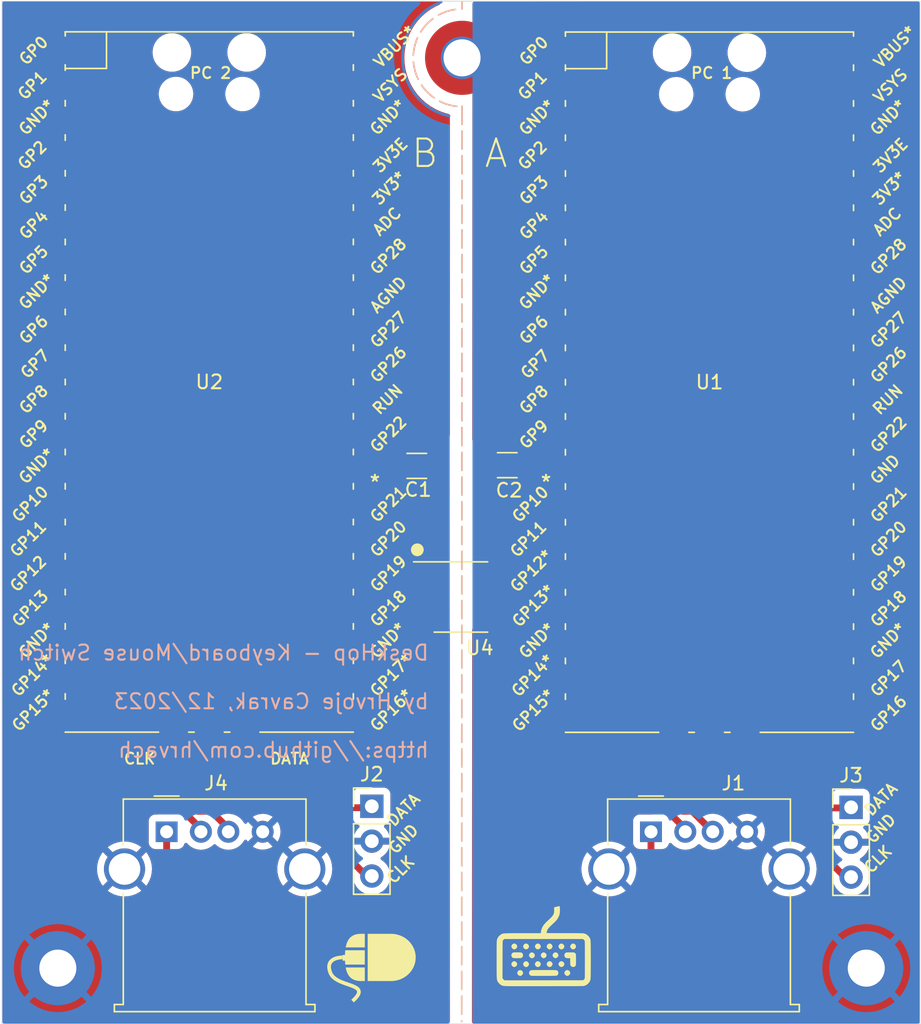
<source format=kicad_pcb>
(kicad_pcb (version 20221018) (generator pcbnew)
  (layers (0 "F.Cu" signal) (31 "B.Cu" signal) (34 "B.Paste" user) (35 "F.Paste" user) (36 "B.SilkS" user "B.Silkscreen") (37 "F.SilkS" user "F.Silkscreen") (38 "B.Mask" user) (39 "F.Mask" user) (44 "Edge.Cuts" user))
  (net 0 "")
  (net 1 "GND")
  (net 2 "Net-(J2-Pin_1)")
  (net 3 "Net-(J2-Pin_3)")
  (net 4 "Net-(J3-Pin_1)")
  (net 5 "Net-(J3-Pin_3)")
  (net 6 "Net-(U1-3V3)")
  (net 24 "Net-(J1-D+)")
  (net 25 "Net-(J1-D-)")
  (net 34 "Net-(J1-VBUS)")
  (net 49 "unconnected-(U1-GPIO13-Pad17)")
  (net 63 "Net-(U2-3V3)")
  (net 65 "GND2")
  (net 66 "/UART A TX")
  (net 68 "/UART B RX")
  (net 69 "Net-(J4-VBUS)")
  (net 70 "Net-(J4-D-)")
  (net 71 "Net-(J4-D+)")
  (net 72 "/UART B TX")
  (footprint "MCU_RaspberryPi_and_Boards:RPi_Pico_SMD_Nohole" (layer "F.Cu") (at 85.344 68.834)
    (fp_text reference "U1")
    (fp_text value "Pico Primary")
  )
  (footprint "MCU_RaspberryPi_and_Boards:RPi_Pico_SMD_Nohole" (layer "F.Cu") (at 48.885523 68.818249)
    (fp_text reference "U2")
    (fp_text value "Pico Secondary")
  )
  (footprint "MountingHole:MountingHole_2.7mm_M2.5_Pad_TopOnly" (layer "F.Cu") (at 67.31 45.212)
    (fp_text reference "H3" hide)
    (fp_text value "MountingHole_Pad" hide)
  )
  (footprint "Capacitor_SMD:C_1206_3216Metric_Pad1.33x1.80mm_HandSolder" (layer "F.Cu") (at 70.604191 74.877665)
    (fp_text reference "C2")
    (fp_text value "100n")
  )
  (footprint "Connector_USB:USB_A_Molex_67643_Horizontal" (layer "F.Cu") (at 45.776 101.574)
    (fp_text reference "J4")
    (fp_text value "Mouse In" hide)
  )
  (footprint "Connector_PinHeader_2.54mm:PinHeader_1x03_P2.54mm_Vertical" (layer "F.Cu") (at 95.667537 99.795757)
    (fp_text reference "J3")
    (fp_text value "Debug1")
  )
  (footprint "MountingHole:MountingHole_2.7mm_M2.5_Pad_TopBottom" (layer "F.Cu") (at 96.774 111.506)
    (fp_text reference "H2" hide)
    (fp_text value "MountingHole_Pad" hide)
  )
  (footprint "Connector_USB:USB_A_Molex_67643_Horizontal" (layer "F.Cu") (at 81.082 101.574)
    (fp_text reference "J1")
    (fp_text value "Keyboard In" hide)
  )
  (footprint "MountingHole:MountingHole_2.7mm_M2.5_Pad_TopBottom" (layer "F.Cu") (at 37.846 111.506)
    (fp_text reference "H1" hide)
    (fp_text value "MountingHole_Pad" hide)
  )
  (footprint "Package_SO:SOIC-8_3.9x4.9mm_P1.27mm" (layer "F.Cu") (at 67.22807 84.47611)
    (fp_text reference "U4")
    (fp_text value "ADuM1201BR")
  )
  (footprint "Connector_PinHeader_2.54mm:PinHeader_1x03_P2.54mm_Vertical" (layer "F.Cu") (at 60.731042 99.717876)
    (fp_text reference "J2")
    (fp_text value "Debug2")
  )
  (footprint "Capacitor_SMD:C_1206_3216Metric_Pad1.33x1.80mm_HandSolder" (layer "F.Cu") (at 64.010036 74.929999 180)
    (fp_text reference "C1")
    (fp_text value "100n")
  )
  (gr_arc (start 66.360432 49.447208) (mid 62.980006 45.511702) (end 65.786 41.148001) (stroke (width 0.2)) (layer "B.Cu"))
  (gr_line (start 67.31 48.738426) (end 67.281783 115.407659) (stroke (width 0.12) (type dash)) (layer "B.SilkS"))
  (gr_arc (start 66.937741 48.748461) (mid 63.758888 45.025614) (end 67.31 41.656) (stroke (width 0.12) (type dash)) (layer "B.SilkS"))
  (gr_line (start 67.31 41.656) (end 67.31 41.148) (stroke (width 0.12)) (layer "B.SilkS"))
  (gr_poly (pts (xy 58.798165 110.543306) (xy 58.798165 110.962168) (xy 58.603088 110.962168) (xy 58.603088 110.543306)) (fill solid) (layer "F.SilkS"))
  (gr_poly (pts (xy 57.482433 111.378334) (xy 57.486179 111.323025) (xy 57.493468 111.269362) (xy 57.504299 111.217356) (xy 57.518673 111.167021) (xy 57.536591 111.118367) (xy 57.558054 111.071408) (xy 57.583061 111.026155) (xy 57.611615 110.98262) (xy 57.640028 110.945385) (xy 57.670484 110.910564) (xy 57.702794 110.878076) (xy 57.736771 110.847839) (xy 57.772228 110.819775) (xy 57.808977 110.793802) (xy 57.846831 110.76984) (xy 57.885601 110.747807) (xy 57.925102 110.727625) (xy 57.965144 110.709211) (xy 58.00554 110.692486) (xy 58.046103 110.677369) (xy 58.126981 110.651638) (xy 58.206276 110.631371) (xy 58.282487 110.615926) (xy 58.354116 110.604658) (xy 58.419661 110.596922) (xy 58.477623 110.592075) (xy 58.564795 110.588468) (xy 58.60363 110.588683) (xy 58.603617 110.588683) (xy 58.595362 110.859483) (xy 58.563375 110.859196) (xy 58.52556 110.860214) (xy 58.482716 110.862766) (xy 58.435645 110.867081) (xy 58.385147 110.873387) (xy 58.332022 110.881913) (xy 58.277071 110.892888) (xy 58.221094 110.906541) (xy 58.164892 110.923101) (xy 58.109265 110.942796) (xy 58.055014 110.965855) (xy 58.002938 110.992508) (xy 57.977967 111.007253) (xy 57.95384 111.022982) (xy 57.930657 111.039724) (xy 57.908519 111.057507) (xy 57.887525 111.07636) (xy 57.867775 111.096311) (xy 57.84937 111.11739) (xy 57.832409 111.139624) (xy 57.813791 111.168348) (xy 57.797659 111.198636) (xy 57.784012 111.230476) (xy 57.772851 111.263862) (xy 57.764176 111.298784) (xy 57.757987 111.335233) (xy 57.754283 111.3732) (xy 57.753066 111.412676) (xy 57.754334 111.453652) (xy 57.758088 111.496119) (xy 57.764329 111.540069) (xy 57.773055 111.585493) (xy 57.784267 111.63238) (xy 57.797965 111.680724) (xy 57.814149 111.730514) (xy 57.832819 111.781741) (xy 57.84911 111.820656) (xy 57.867573 111.858229) (xy 57.888127 111.8945) (xy 57.910689 111.929509) (xy 57.935177 111.963293) (xy 57.961509 111.995892) (xy 58.019376 112.057693) (xy 58.083632 112.115223) (xy 58.153618 112.168796) (xy 58.228678 112.218724) (xy 58.308153 112.26532) (xy 58.391386 112.308897) (xy 58.477719 112.349767) (xy 58.566493 112.388243) (xy 58.657052 112.424638) (xy 58.840891 112.492435) (xy 59.023974 112.555661) (xy 59.187753 112.612183) (xy 59.266552 112.640444) (xy 59.342782 112.669096) (xy 59.41606 112.69843) (xy 59.486004 112.728738) (xy 59.552231 112.760313) (xy 59.614358 112.793447) (xy 59.643765 112.810689) (xy 59.672004 112.828431) (xy 59.699027 112.846709) (xy 59.724786 112.865559) (xy 59.749234 112.885017) (xy 59.772322 112.905121) (xy 59.794003 112.925907) (xy 59.814229 112.947412) (xy 59.832952 112.969671) (xy 59.850124 112.992721) (xy 59.865699 113.0166) (xy 59.879627 113.041343) (xy 59.891861 113.066987) (xy 59.902353 113.093568) (xy 59.911056 113.121124) (xy 59.917921 113.14969) (xy 59.924621 113.194423) (xy 59.926498 113.239887) (xy 59.923498 113.286177) (xy 59.915567 113.333386) (xy 59.90265 113.381606) (xy 59.884694 113.430933) (xy 59.861643 113.481458) (xy 59.833445 113.533276) (xy 59.800044 113.58648) (xy 59.761387 113.641164) (xy 59.717418 113.69742) (xy 59.668085 113.755342) (xy 59.613333 113.815025) (xy 59.553108 113.87656) (xy 59.487355 113.940042) (xy 59.41602 114.005564) (xy 59.235045 113.803991) (xy 59.271218 113.771101) (xy 59.305325 113.739273) (xy 59.337424 113.708494) (xy 59.367573 113.678746) (xy 59.395829 113.650017) (xy 59.422249 113.622289) (xy 59.44689 113.595549) (xy 59.469809 113.569781) (xy 59.491065 113.544971) (xy 59.510715 113.521102) (xy 59.528814 113.49816) (xy 59.545422 113.47613) (xy 59.560596 113.454996) (xy 59.574392 113.434744) (xy 59.586868 113.415358) (xy 59.598081 113.396824) (xy 59.608089 113.379126) (xy 59.61695 113.362249) (xy 59.624719 113.346178) (xy 59.631455 113.330898) (xy 59.637215 113.316394) (xy 59.642057 113.302651) (xy 59.646037 113.289653) (xy 59.649213 113.277385) (xy 59.651642 113.265833) (xy 59.653383 113.254982) (xy 59.654491 113.244815) (xy 59.655024 113.235319) (xy 59.654596 113.218275) (xy 59.652557 113.203731) (xy 59.648621 113.189025) (xy 59.642895 113.174543) (xy 59.635441 113.160279) (xy 59.626317 113.146226) (xy 59.603303 113.118728) (xy 59.574333 113.091998) (xy 59.539884 113.065981) (xy 59.500437 113.040627) (xy 59.456471 113.015882) (xy 59.408464 112.991694) (xy 59.356897 112.968011) (xy 59.302248 112.944781) (xy 59.185622 112.899467) (xy 59.06242 112.855334) (xy 58.936476 112.811963) (xy 58.739717 112.743829) (xy 58.638965 112.707231) (xy 58.537716 112.668397) (xy 58.436782 112.626917) (xy 58.336977 112.582381) (xy 58.239114 112.534379) (xy 58.144006 112.482498) (xy 58.052467 112.42633) (xy 58.008289 112.39651) (xy 57.965309 112.365464) (xy 57.923627 112.33314) (xy 57.883346 112.299488) (xy 57.844567 112.264456) (xy 57.807391 112.227993) (xy 57.771921 112.190047) (xy 57.738258 112.150567) (xy 57.706503 112.109503) (xy 57.676759 112.066801) (xy 57.649127 112.022412) (xy 57.623708 111.976284) (xy 57.600604 111.928366) (xy 57.579918 111.878605) (xy 57.555346 111.810565) (xy 57.534312 111.744074) (xy 57.516817 111.679144) (xy 57.50286 111.615787) (xy 57.492443 111.554016) (xy 57.485566 111.493842) (xy 57.482229 111.435277)) (fill solid) (layer "F.SilkS"))
  (gr_line (start 67.31 48.738426) (end 67.281783 115.407659) (stroke (width 0.12) (type dash)) (layer "F.SilkS"))
  (gr_poly (pts (xy 58.773281 110.65812) (xy 58.7743 110.590897) (xy 58.77605 110.524421) (xy 58.778571 110.458727) (xy 58.781905 110.393853) (xy 58.786094 110.329834) (xy 58.791178 110.266707) (xy 58.797199 110.204507) (xy 60.221226 110.204507) (xy 60.221226 111.247336) (xy 58.797199 111.247336) (xy 58.791178 111.185136) (xy 58.786094 111.122011) (xy 58.781905 111.058001) (xy 58.778571 110.993144) (xy 58.77605 110.927482) (xy 58.7743 110.861053) (xy 58.77295 110.726054)) (fill solid) (layer "F.SilkS"))
  (gr_poly (pts (xy 75.409953 109.711596) (xy 75.414084 109.711996) (xy 75.418717 109.712651) (xy 75.423798 109.713553) (xy 75.429272 109.714694) (xy 75.435082 109.716066) (xy 75.447491 109.719465) (xy 75.453979 109.721476) (xy 75.460582 109.723683) (xy 75.467245 109.726077) (xy 75.473912 109.728651) (xy 75.480528 109.731395) (xy 75.487037 109.734301) (xy 75.493385 109.737361) (xy 75.499515 109.740565) (xy 75.511406 109.747709) (xy 75.523025 109.75597) (xy 75.534303 109.765237) (xy 75.545172 109.775399) (xy 75.555563 109.786346) (xy 75.565408 109.797967) (xy 75.57464 109.81015) (xy 75.583189 109.822785) (xy 75.590988 109.835761) (xy 75.597969 109.848967) (xy 75.604062 109.862293) (xy 75.609201 109.875627) (xy 75.613317 109.888859) (xy 75.616341 109.901877) (xy 75.618205 109.914572) (xy 75.618681 109.920763) (xy 75.618842 109.926832) (xy 75.618681 109.9329) (xy 75.618205 109.939091) (xy 75.617422 109.945389) (xy 75.616341 109.951781) (xy 75.614969 109.958251) (xy 75.613317 109.964786) (xy 75.611391 109.971371) (xy 75.609201 109.977991) (xy 75.604062 109.991282) (xy 75.597969 110.004543) (xy 75.590988 110.017659) (xy 75.583189 110.030515) (xy 75.57464 110.042996) (xy 75.565408 110.054987) (xy 75.555563 110.066372) (xy 75.545172 110.077037) (xy 75.539793 110.082063) (xy 75.534303 110.086866) (xy 75.528711 110.091431) (xy 75.523025 110.095744) (xy 75.517254 110.099791) (xy 75.511406 110.103557) (xy 75.50549 110.107027) (xy 75.499515 110.110189) (xy 75.493385 110.113426) (xy 75.487038 110.116578) (xy 75.480528 110.119627) (xy 75.473912 110.122558) (xy 75.467245 110.125352) (xy 75.460582 110.127992) (xy 75.453979 110.130462) (xy 75.447491 110.132744) (xy 75.441174 110.134822) (xy 75.435082 110.136678) (xy 75.429272 110.138295) (xy 75.423799 110.139657) (xy 75.418717 110.140745) (xy 75.414084 110.141544) (xy 75.409954 110.142035) (xy 75.406382 110.142203) (xy 75.40281 110.142035) (xy 75.398679 110.141544) (xy 75.394046 110.140745) (xy 75.388965 110.139657) (xy 75.383491 110.138295) (xy 75.377681 110.136678) (xy 75.365272 110.132744) (xy 75.352181 110.127992) (xy 75.338851 110.122558) (xy 75.332235 110.119627) (xy 75.325725 110.116578) (xy 75.319378 110.113426) (xy 75.313248 110.110189) (xy 75.301356 110.103589) (xy 75.289737 110.095864) (xy 75.278459 110.087115) (xy 75.267591 110.077446) (xy 75.2572 110.066958) (xy 75.247354 110.055754) (xy 75.238123 110.043936) (xy 75.229573 110.031607) (xy 75.221774 110.018868) (xy 75.214794 110.005823) (xy 75.2087 109.992572) (xy 75.203562 109.97922) (xy 75.199446 109.965867) (xy 75.196422 109.952616) (xy 75.194558 109.939571) (xy 75.194081 109.933157) (xy 75.193921 109.926832) (xy 75.194081 109.920507) (xy 75.194558 109.914093) (xy 75.195341 109.9076) (xy 75.196422 109.901042) (xy 75.197793 109.89443) (xy 75.199446 109.887778) (xy 75.201372 109.881097) (xy 75.203562 109.874399) (xy 75.2087 109.861003) (xy 75.214794 109.847688) (xy 75.221775 109.834552) (xy 75.229574 109.821693) (xy 75.238123 109.80921) (xy 75.247355 109.797199) (xy 75.2572 109.78576) (xy 75.267591 109.77499) (xy 75.27846 109.764988) (xy 75.289737 109.755851) (xy 75.295509 109.751637) (xy 75.301356 109.747677) (xy 75.307272 109.743982) (xy 75.313248 109.740565) (xy 75.319858 109.737361) (xy 75.326561 109.734301) (xy 75.333316 109.731395) (xy 75.340079 109.728651) (xy 75.346808 109.726077) (xy 75.35346 109.723683) (xy 75.359993 109.721476) (xy 75.366364 109.719465) (xy 75.37253 109.717659) (xy 75.378449 109.716066) (xy 75.384078 109.714694) (xy 75.389374 109.713553) (xy 75.394295 109.712651) (xy 75.398799 109.711996) (xy 75.402842 109.711596) (xy 75.406382 109.711461)) (fill solid) (layer "F.SilkS"))
  (gr_poly (pts (xy 60.221226 111.456608) (xy 60.221226 112.444972) (xy 59.941893 112.444972) (xy 59.875793 112.443793) (xy 59.812158 112.440281) (xy 59.750944 112.43448) (xy 59.692105 112.426429) (xy 59.635597 112.416172) (xy 59.581376 112.403748) (xy 59.529396 112.389201) (xy 59.479613 112.372571) (xy 59.431983 112.3539) (xy 59.386459 112.333229) (xy 59.342999 112.3106) (xy 59.301557 112.286055) (xy 59.262088 112.259634) (xy 59.224548 112.23138) (xy 59.188891 112.201334) (xy 59.155075 112.169538) (xy 59.123052 112.136032) (xy 59.09278 112.10086) (xy 59.064213 112.064061) (xy 59.037306 112.025678) (xy 59.012016 111.985751) (xy 58.988296 111.944324) (xy 58.945392 111.857131) (xy 58.908235 111.764431) (xy 58.876469 111.666556) (xy 58.849737 111.563837) (xy 58.827679 111.456608)) (fill solid) (layer "F.SilkS"))
  (gr_poly (pts (xy 62.135116 109.006435) (xy 62.227485 109.008671) (xy 62.318639 109.015309) (xy 62.408466 109.026241) (xy 62.496854 109.041358) (xy 62.583689 109.060552) (xy 62.668859 109.083717) (xy 62.752251 109.110743) (xy 62.833753 109.141524) (xy 62.913252 109.17595) (xy 62.990635 109.213914) (xy 63.06579 109.255309) (xy 63.138604 109.300027) (xy 63.208965 109.347958) (xy 63.276759 109.398996) (xy 63.341873 109.453033) (xy 63.404197 109.509961) (xy 63.463616 109.569672) (xy 63.520018 109.632058) (xy 63.57329 109.69701) (xy 63.62332 109.764422) (xy 63.669995 109.834185) (xy 63.713203 109.906192) (xy 63.75283 109.980334) (xy 63.788764 110.056504) (xy 63.820893 110.134593) (xy 63.849103 110.214495) (xy 63.873282 110.2961) (xy 63.893318 110.379301) (xy 63.909098 110.463991) (xy 63.920508 110.55006) (xy 63.927437 110.637402) (xy 63.929772 110.725908) (xy 63.927437 110.814365) (xy 63.920508 110.90166) (xy 63.909097 110.987688) (xy 63.893318 111.072338) (xy 63.873281 111.155504) (xy 63.849102 111.237078) (xy 63.820891 111.31695) (xy 63.788762 111.395014) (xy 63.752827 111.471161) (xy 63.7132 111.545283) (xy 63.669992 111.617273) (xy 63.623316 111.687021) (xy 63.573285 111.75442) (xy 63.520012 111.819362) (xy 63.46361 111.881739) (xy 63.40419 111.941442) (xy 63.341866 111.998365) (xy 63.276751 112.052398) (xy 63.208956 112.103433) (xy 63.138595 112.151364) (xy 63.065781 112.19608) (xy 62.990625 112.237476) (xy 62.913241 112.275441) (xy 62.833742 112.309869) (xy 62.752239 112.340652) (xy 62.668847 112.36768) (xy 62.583676 112.390847) (xy 62.496841 112.410044) (xy 62.408453 112.425163) (xy 62.318626 112.436096) (xy 62.227471 112.442735) (xy 62.135103 112.444972) (xy 62.135106 112.444976) (xy 62.13511 112.444979) (xy 62.135113 112.444982) (xy 62.135116 112.444986) (xy 60.430684 112.444986) (xy 60.430684 109.006435)) (fill solid) (layer "F.SilkS"))
  (gr_poly (pts (xy 71.971429 111.002828) (xy 71.973288 111.003199) (xy 71.975 111.003686) (xy 71.981325 111.003846) (xy 71.98774 111.004323) (xy 71.994233 111.005106) (xy 72.000791 111.006187) (xy 72.007402 111.007558) (xy 72.014055 111.009211) (xy 72.020736 111.011137) (xy 72.027434 111.013327) (xy 72.04083 111.018465) (xy 72.054145 111.024559) (xy 72.067281 111.03154) (xy 72.080139 111.039339) (xy 72.092623 111.047888) (xy 72.104634 111.05712) (xy 72.116073 111.066965) (xy 72.126843 111.077356) (xy 72.136845 111.088225) (xy 72.145982 111.099502) (xy 72.150195 111.105274) (xy 72.154155 111.111121) (xy 72.15785 111.117037) (xy 72.161267 111.123013) (xy 72.166696 111.13549) (xy 72.171954 111.148616) (xy 72.176871 111.161946) (xy 72.181276 111.175037) (xy 72.185 111.187446) (xy 72.186552 111.193256) (xy 72.18787 111.19873) (xy 72.188933 111.203811) (xy 72.189718 111.208444) (xy 72.190204 111.212575) (xy 72.190371 111.216147) (xy 72.190236 111.219719) (xy 72.189837 111.223849) (xy 72.189182 111.228482) (xy 72.18828 111.233564) (xy 72.187138 111.239037) (xy 72.185767 111.244847) (xy 72.182368 111.257256) (xy 72.180357 111.263744) (xy 72.17815 111.270347) (xy 72.175755 111.27701) (xy 72.173182 111.283677) (xy 72.170438 111.290293) (xy 72.167531 111.296802) (xy 72.164472 111.30315) (xy 72.161267 111.30928) (xy 72.154155 111.321172) (xy 72.145982 111.332791) (xy 72.136845 111.344069) (xy 72.126842 111.354937) (xy 72.116073 111.365328) (xy 72.104633 111.375174) (xy 72.092623 111.384405) (xy 72.080139 111.392954) (xy 72.067281 111.400753) (xy 72.054145 111.407734) (xy 72.04083 111.413828) (xy 72.027434 111.418966) (xy 72.014055 111.423082) (xy 72.000791 111.426106) (xy 71.98774 111.42797) (xy 71.981325 111.428446) (xy 71.975 111.428607) (xy 71.971429 111.428439) (xy 71.967298 111.427948) (xy 71.962665 111.427149) (xy 71.957584 111.42606) (xy 71.95211 111.424699) (xy 71.9463 111.423082) (xy 71.933891 111.419148) (xy 71.9208 111.414396) (xy 71.90747 111.408962) (xy 71.900854 111.406031) (xy 71.894345 111.402982) (xy 71.887997 111.39983) (xy 71.881867 111.396592) (xy 71.869976 111.389993) (xy 71.858357 111.382268) (xy 71.847079 111.373519) (xy 71.83621 111.36385) (xy 71.825819 111.353362) (xy 71.815974 111.342158) (xy 71.806742 111.33034) (xy 71.798193 111.318011) (xy 71.790394 111.305272) (xy 71.783413 111.292226) (xy 71.77732 111.278976) (xy 71.772181 111.265623) (xy 71.768066 111.252271) (xy 71.765041 111.23902) (xy 71.763177 111.225975) (xy 71.762701 111.219561) (xy 71.76254 111.213236) (xy 71.762701 111.206911) (xy 71.763177 111.200497) (xy 71.76396 111.194004) (xy 71.765041 111.187446) (xy 71.766413 111.180835) (xy 71.768066 111.174182) (xy 71.769991 111.167501) (xy 71.772181 111.160803) (xy 71.77732 111.147407) (xy 71.783413 111.134092) (xy 71.790394 111.120956) (xy 71.798193 111.108097) (xy 71.806742 111.095614) (xy 71.815974 111.083603) (xy 71.825819 111.072164) (xy 71.83621 111.061394) (xy 71.847079 111.051392) (xy 71.858357 111.042255) (xy 71.864128 111.038042) (xy 71.869976 111.034081) (xy 71.875892 111.030387) (xy 71.881867 111.02697) (xy 71.894345 111.021552) (xy 71.900854 111.018918) (xy 71.90747 111.016374) (xy 71.914137 111.013949) (xy 71.9208 111.011673) (xy 71.927403 111.009576) (xy 71.933891 111.007688) (xy 71.940208 111.006039) (xy 71.9463 111.004658) (xy 71.95211 111.003576) (xy 71.957584 111.002822) (xy 71.962665 111.002426) (xy 71.967298 111.002418)) (fill solid) (layer "F.SilkS"))
  (gr_arc (start 66.93774 48.748461) (mid 63.758888 45.025614) (end 67.31 41.656) (stroke (width 0.12) (type dash)) (layer "F.SilkS"))
  (gr_poly (pts (xy 58.849712 109.887864) (xy 58.876427 109.78505) (xy 58.90818 109.687098) (xy 58.945328 109.594337) (xy 58.988229 109.507099) (xy 59.011948 109.465654) (xy 59.037239 109.425713) (xy 59.064147 109.387318) (xy 59.092715 109.35051) (xy 59.12299 109.315331) (xy 59.155015 109.281821) (xy 59.188835 109.250022) (xy 59.224495 109.219976) (xy 59.262039 109.191722) (xy 59.301513 109.165304) (xy 59.342959 109.140762) (xy 59.386424 109.118137) (xy 59.431952 109.097471) (xy 59.479587 109.078805) (xy 59.529375 109.062181) (xy 59.581359 109.047639) (xy 59.635584 109.035221) (xy 59.692095 109.024968) (xy 59.750937 109.016922) (xy 59.812154 109.011123) (xy 59.875791 109.007614) (xy 59.941893 109.006435) (xy 60.221226 109.006435) (xy 60.221226 109.995209) (xy 58.827679 109.995209)) (fill solid) (layer "F.SilkS"))
  (gr_poly (pts (xy 74.396618 106.991515) (xy 74.402288 106.992041) (xy 74.407276 106.993018) (xy 74.411632 106.994453) (xy 74.415406 106.996352) (xy 74.418648 106.99872) (xy 74.421408 107.001564) (xy 74.423737 107.004888) (xy 74.425684 107.0087) (xy 74.427299 107.013005) (xy 74.428634 107.017809) (xy 74.429737 107.023117) (xy 74.430658 107.028936) (xy 74.431449 107.035271) (xy 74.434303 107.065893) (xy 74.437784 107.092363) (xy 74.440601 107.12131) (xy 74.444307 107.185083) (xy 74.445558 107.254109) (xy 74.444489 107.325284) (xy 74.441237 107.395503) (xy 74.435939 107.461664) (xy 74.428732 107.520662) (xy 74.424454 107.546506) (xy 74.41975 107.569395) (xy 74.414104 107.593448) (xy 74.407046 107.618576) (xy 74.398666 107.644625) (xy 74.389055 107.671441) (xy 74.378301 107.698871) (xy 74.366493 107.726762) (xy 74.353723 107.75496) (xy 74.340078 107.783311) (xy 74.325649 107.811662) (xy 74.310525 107.839859) (xy 74.294795 107.86775) (xy 74.27855 107.89518) (xy 74.261878 107.921996) (xy 74.24487 107.948045) (xy 74.227614 107.973173) (xy 74.2102 107.997226) (xy 74.193699 108.017684) (xy 74.173138 108.041383) (xy 74.149371 108.067468) (xy 74.123252 108.095089) (xy 74.095631 108.123392) (xy 74.067362 108.151524) (xy 74.039299 108.178633) (xy 74.012292 108.203866) (xy 73.972019 108.239667) (xy 73.932125 108.27595) (xy 73.854448 108.348886) (xy 73.781204 108.420527) (xy 73.714339 108.488723) (xy 73.655795 108.551325) (xy 73.630251 108.579857) (xy 73.607517 108.606185) (xy 73.587836 108.630041) (xy 73.57145 108.651155) (xy 73.558602 108.669259) (xy 73.549536 108.684084) (xy 73.542419 108.697383) (xy 73.535297 108.712029) (xy 73.528235 108.7278) (xy 73.521296 108.744475) (xy 73.514545 108.761833) (xy 73.508046 108.779651) (xy 73.496057 108.815781) (xy 73.490696 108.83365) (xy 73.485842 108.851092) (xy 73.48156 108.867887) (xy 73.477913 108.883812) (xy 73.474965 108.898645) (xy 73.47278 108.912165) (xy 73.471422 108.924151) (xy 73.470955 108.93438) (xy 73.471948 108.938479) (xy 73.476037 108.942065) (xy 73.50015 108.947841) (xy 73.556596 108.951979) (xy 73.658677 108.954753) (xy 74.052947 108.9573) (xy 74.789374 108.957664) (xy 75.469002 108.958391) (xy 75.704671 108.959505) (xy 75.882599 108.961302) (xy 76.01155 108.963916) (xy 76.060398 108.965573) (xy 76.100289 108.967486) (xy 76.132319 108.969672) (xy 76.157582 108.972147) (xy 76.177176 108.97493) (xy 76.192194 108.978036) (xy 76.236309 108.989888) (xy 76.279081 109.004634) (xy 76.320394 109.022168) (xy 76.360134 109.042384) (xy 76.398187 109.065175) (xy 76.434435 109.090434) (xy 76.468766 109.118055) (xy 76.501062 109.147932) (xy 76.53121 109.179957) (xy 76.559094 109.214025) (xy 76.5846 109.250028) (xy 76.607611 109.287859) (xy 76.628013 109.327414) (xy 76.645691 109.368584) (xy 76.660529 109.411263) (xy 76.672413 109.455345) (xy 76.682918 109.610643) (xy 76.690421 109.939747) (xy 76.696424 110.887997) (xy 76.690421 111.837339) (xy 76.682918 112.167807) (xy 76.672413 112.325015) (xy 76.661557 112.366122) (xy 76.64764 112.406393) (xy 76.630807 112.445675) (xy 76.611203 112.483815) (xy 76.588973 112.520658) (xy 76.564261 112.556052) (xy 76.537214 112.589843) (xy 76.507974 112.621878) (xy 76.476689 112.652002) (xy 76.443502 112.680063) (xy 76.408558 112.705908) (xy 76.372003 112.729381) (xy 76.333982 112.750331) (xy 76.294639 112.768604) (xy 76.254119 112.784045) (xy 76.212567 112.796503) (xy 76.17148 112.804188) (xy 76.091239 112.809963) (xy 75.704699 112.816876) (xy 73.267226 112.819786) (xy 72.246516 112.820719) (xy 71.838534 112.820886) (xy 71.491735 112.820696) (xy 71.200819 112.820028) (xy 70.960488 112.818763) (xy 70.765441 112.816782) (xy 70.683243 112.815486) (xy 70.610379 112.813966) (xy 70.546187 112.812207) (xy 70.490004 112.810194) (xy 70.441168 112.807913) (xy 70.399016 112.805348) (xy 70.362886 112.802485) (xy 70.332115 112.799308) (xy 70.306042 112.795803) (xy 70.284003 112.791955) (xy 70.265337 112.787749) (xy 70.24938 112.78317) (xy 70.235471 112.778203) (xy 70.222947 112.772833) (xy 70.211146 112.767045) (xy 70.199404 112.760825) (xy 70.173453 112.747026) (xy 70.156057 112.737303) (xy 70.137829 112.725726) (xy 70.118961 112.712487) (xy 70.099647 112.697776) (xy 70.080076 112.681787) (xy 70.060441 112.66471) (xy 70.040934 112.646738) (xy 70.021747 112.628063) (xy 70.003072 112.608876) (xy 69.9851 112.589369) (xy 69.968023 112.569734) (xy 69.952034 112.550163) (xy 69.937323 112.530849) (xy 69.924084 112.511981) (xy 69.912507 112.493754) (xy 69.902784 112.476357) (xy 69.877932 112.424902) (xy 69.859492 112.370854) (xy 69.846509 112.294433) (xy 69.842451 112.237703) (xy 70.257855 112.237703) (xy 70.289869 112.284269) (xy 70.293341 112.288764) (xy 70.29718 112.293489) (xy 70.301342 112.298402) (xy 70.305786 112.30346) (xy 70.315347 112.31384) (xy 70.325522 112.324288) (xy 70.33597 112.334463) (xy 70.34635 112.344024) (xy 70.351407 112.348468) (xy 70.35632 112.35263) (xy 70.361045 112.356469) (xy 70.36554 112.35994) (xy 70.412107 112.391955) (xy 73.273047 112.389045) (xy 76.133986 112.386134) (xy 76.168911 112.35703) (xy 76.172827 112.354136) (xy 76.176914 112.350936) (xy 76.181138 112.347463) (xy 76.185464 112.343751) (xy 76.189858 112.339834) (xy 76.194286 112.335747) (xy 76.203108 112.327198) (xy 76.211657 112.318376) (xy 76.215745 112.313948) (xy 76.219661 112.309554) (xy 76.223373 112.305228) (xy 76.226846 112.301004) (xy 76.230047 112.296917) (xy 76.23294 112.293001) (xy 76.242547 112.278443) (xy 76.249766 112.250209) (xy 76.254939 112.192165) (xy 76.258406 112.08818) (xy 76.261589 111.677857) (xy 76.262044 110.89018) (xy 76.261987 110.438594) (xy 76.261852 110.255743) (xy 76.261589 110.098774) (xy 76.261156 109.965629) (xy 76.260862 109.907347) (xy 76.260509 109.854248) (xy 76.260093 109.806076) (xy 76.259607 109.762572) (xy 76.259047 109.72348) (xy 76.258406 109.688542) (xy 76.257681 109.6575) (xy 76.256864 109.630098) (xy 76.255952 109.606078) (xy 76.254939 109.585182) (xy 76.253819 109.567154) (xy 76.253217 109.559134) (xy 76.252587 109.551734) (xy 76.251927 109.544923) (xy 76.251238 109.538668) (xy 76.250517 109.532936) (xy 76.249766 109.527696) (xy 76.248982 109.522915) (xy 76.248166 109.518561) (xy 76.247317 109.514603) (xy 76.246433 109.511007) (xy 76.245515 109.507742) (xy 76.244562 109.504775) (xy 76.243573 109.502075) (xy 76.242547 109.499609) (xy 76.241483 109.497345) (xy 76.240382 109.495251) (xy 76.239242 109.493294) (xy 76.238063 109.491443) (xy 76.235584 109.487928) (xy 76.23294 109.484449) (xy 76.229981 109.481011) (xy 76.226591 109.477275) (xy 76.218706 109.469078) (xy 76.209662 109.460199) (xy 76.199834 109.450979) (xy 76.189596 109.441759) (xy 76.179325 109.43288) (xy 76.169394 109.424683) (xy 76.16018 109.417509) (xy 76.113613 109.385494) (xy 70.409197 109.385494) (xy 70.36554 109.414599) (xy 70.361046 109.417525) (xy 70.356326 109.420817) (xy 70.351427 109.424434) (xy 70.346395 109.428332) (xy 70.341279 109.432469) (xy 70.336123 109.436802) (xy 70.330977 109.441288) (xy 70.325886 109.445886) (xy 70.320897 109.450551) (xy 70.316058 109.455242) (xy 70.311414 109.459916) (xy 70.307014 109.46453) (xy 70.302903 109.469042) (xy 70.299129 109.473409) (xy 70.295739 109.477589) (xy 70.29278 109.481538) (xy 70.283168 109.49692) (xy 70.275909 109.525467) (xy 70.270628 109.583346) (xy 70.26695 109.686723) (xy 70.262903 110.094636) (xy 70.260765 110.878538) (xy 70.257855 112.237703) (xy 69.842451 112.237703) (xy 69.838027 112.175857) (xy 69.833093 111.995343) (xy 69.830751 111.733109) (xy 69.830024 110.884359) (xy 69.830189 110.47054) (xy 69.830797 110.148433) (xy 69.832019 109.905521) (xy 69.834026 109.729288) (xy 69.835376 109.662263) (xy 69.836987 109.607215) (xy 69.838879 109.562577) (xy 69.841074 109.526786) (xy 69.843593 109.498277) (xy 69.846457 109.475484) (xy 69.849688 109.456845) (xy 69.853307 109.440792) (xy 69.862206 109.410544) (xy 69.87252 109.380936) (xy 69.884233 109.351992) (xy 69.897327 109.323739) (xy 69.911785 109.296202) (xy 69.927591 109.269408) (xy 69.944727 109.24338) (xy 69.963175 109.218146) (xy 69.98292 109.19373) (xy 70.003944 109.170158) (xy 70.02623 109.147456) (xy 70.04976 109.125649) (xy 70.074519 109.104763) (xy 70.100488 109.084824) (xy 70.127651 109.065856) (xy 70.15599 109.047886) (xy 70.207292 109.019066) (xy 70.260811 108.997409) (xy 70.294551 108.988946) (xy 70.336226 108.98189) (xy 70.453217 108.971488) (xy 70.631463 108.965178) (xy 70.890643 108.961938) (xy 71.730526 108.960574) (xy 73.046034 108.960574) (xy 73.060586 108.855799) (xy 73.064775 108.829996) (xy 73.069675 108.803951) (xy 73.07525 108.777761) (xy 73.081459 108.751524) (xy 73.088265 108.725338) (xy 73.09563 108.699301) (xy 73.103515 108.673512) (xy 73.111882 108.648068) (xy 73.120692 108.623067) (xy 73.129907 108.598608) (xy 73.139489 108.574788) (xy 73.149399 108.551706) (xy 73.159599 108.529459) (xy 73.170051 108.508146) (xy 73.180715 108.487865) (xy 73.191555 108.468713) (xy 73.227196 108.41258) (xy 73.246053 108.385266) (xy 73.266043 108.357981) (xy 73.2875 108.330373) (xy 73.310757 108.302086) (xy 73.336145 108.272768) (xy 73.363997 108.242065) (xy 73.428424 108.175085) (xy 73.506698 108.098317) (xy 73.60148 108.00893) (xy 73.71543 107.904093) (xy 73.741621 107.879605) (xy 73.766709 107.855258) (xy 73.790679 107.831056) (xy 73.81352 107.807003) (xy 73.835218 107.783103) (xy 73.855761 107.759362) (xy 73.875135 107.735782) (xy 73.893329 107.712369) (xy 73.910329 107.689126) (xy 73.926122 107.666058) (xy 73.940697 107.643169) (xy 73.954039 107.620463) (xy 73.966136 107.597945) (xy 73.976975 107.575619) (xy 73.986544 107.553489) (xy 73.99483 107.531559) (xy 74.001805 107.51159) (xy 74.007518 107.490222) (xy 74.012071 107.466331) (xy 74.015567 107.43879) (xy 74.018107 107.406474) (xy 74.019796 107.368258) (xy 74.020733 107.323015) (xy 74.021023 107.269622) (xy 74.021023 107.074624) (xy 74.195649 107.033878) (xy 74.274901 107.013886) (xy 74.306627 107.006156) (xy 74.33362 106.999999) (xy 74.345468 106.997525) (xy 74.356283 106.995462) (xy 74.366115 106.993816) (xy 74.375014 106.992592) (xy 74.383031 106.991797) (xy 74.390216 106.991436)) (fill solid) (layer "F.SilkS"))
  (gr_poly (pts (xy 71.12 110.998) (xy 71.12413 110.9984) (xy 71.128764 110.999055) (xy 71.133845 110.999957) (xy 71.139318 111.001098) (xy 71.145128 111.00247) (xy 71.157537 111.005869) (xy 71.164026 111.00788) (xy 71.170629 111.010087) (xy 71.177291 111.012481) (xy 71.183959 111.015055) (xy 71.190575 111.017799) (xy 71.197084 111.020705) (xy 71.203431 111.023765) (xy 71.209561 111.02697) (xy 71.221453 111.034113) (xy 71.233072 111.042374) (xy 71.24435 111.051641) (xy 71.255218 111.061803) (xy 71.265609 111.07275) (xy 71.275455 111.084371) (xy 71.284686 111.096554) (xy 71.293235 111.109189) (xy 71.301034 111.122165) (xy 71.308015 111.135371) (xy 71.314109 111.148697) (xy 71.319247 111.162031) (xy 71.323363 111.175263) (xy 71.326387 111.188282) (xy 71.328251 111.200976) (xy 71.328727 111.207168) (xy 71.328888 111.213236) (xy 71.328727 111.219305) (xy 71.328251 111.225495) (xy 71.327468 111.231793) (xy 71.326387 111.238185) (xy 71.325016 111.244655) (xy 71.323363 111.25119) (xy 71.321437 111.257775) (xy 71.319247 111.264396) (xy 71.314109 111.277687) (xy 71.308015 111.290948) (xy 71.301035 111.304064) (xy 71.293236 111.31692) (xy 71.284686 111.3294) (xy 71.275455 111.341391) (xy 71.265609 111.352776) (xy 71.255218 111.363441) (xy 71.249839 111.368467) (xy 71.24435 111.37327) (xy 71.238758 111.377835) (xy 71.233072 111.382148) (xy 71.227301 111.386195) (xy 71.221453 111.389961) (xy 71.215537 111.393431) (xy 71.209561 111.396592) (xy 71.203431 111.39983) (xy 71.197084 111.402982) (xy 71.190574 111.406031) (xy 71.183959 111.408962) (xy 71.177291 111.411756) (xy 71.170629 111.414396) (xy 71.164025 111.416866) (xy 71.157537 111.419148) (xy 71.15122 111.421226) (xy 71.145128 111.423082) (xy 71.139318 111.424699) (xy 71.133845 111.42606) (xy 71.128764 111.427149) (xy 71.12413 111.427948) (xy 71.12 111.428439) (xy 71.116428 111.428607) (xy 71.112856 111.428439) (xy 71.108725 111.427948) (xy 71.104092 111.427149) (xy 71.099011 111.42606) (xy 71.093537 111.424699) (xy 71.087727 111.423082) (xy 71.075318 111.419148) (xy 71.062227 111.414396) (xy 71.048897 111.408962) (xy 71.042281 111.406031) (xy 71.035772 111.402982) (xy 71.029424 111.39983) (xy 71.023294 111.396592) (xy 71.011403 111.389993) (xy 70.999784 111.382268) (xy 70.988506 111.373519) (xy 70.977637 111.36385) (xy 70.967246 111.353362) (xy 70.957401 111.342158) (xy 70.948169 111.33034) (xy 70.93962 111.318011) (xy 70.931821 111.305272) (xy 70.924841 111.292226) (xy 70.918747 111.278976) (xy 70.913608 111.265623) (xy 70.909493 111.252271) (xy 70.906469 111.23902) (xy 70.904604 111.225975) (xy 70.904128 111.219561) (xy 70.903967 111.213236) (xy 70.904128 111.206911) (xy 70.904604 111.200497) (xy 70.905387 111.194004) (xy 70.906469 111.187446) (xy 70.90784 111.180835) (xy 70.909493 111.174182) (xy 70.911418 111.167501) (xy 70.913608 111.160803) (xy 70.918747 111.147407) (xy 70.924841 111.134092) (xy 70.931821 111.120956) (xy 70.93962 111.108097) (xy 70.948169 111.095614) (xy 70.957401 111.083603) (xy 70.967246 111.072164) (xy 70.977637 111.061394) (xy 70.988506 111.051392) (xy 70.999784 111.042255) (xy 71.005555 111.038042) (xy 71.011403 111.034081) (xy 71.017319 111.030387) (xy 71.023294 111.02697) (xy 71.035772 111.021541) (xy 71.048897 111.016283) (xy 71.062227 111.011366) (xy 71.075318 111.00696) (xy 71.087727 111.003237) (xy 71.093537 111.001685) (xy 71.099011 111.000366) (xy 71.104092 110.999304) (xy 71.108725 110.998519) (xy 71.112856 110.998032) (xy 71.116428 110.997865)) (fill solid) (layer "F.SilkS"))
  (gr_poly (pts (xy 72.836484 111.000776) (xy 72.840056 111.000911) (xy 72.844186 111.00131) (xy 72.84882 111.001965) (xy 72.853901 111.002868) (xy 72.859374 111.004009) (xy 72.865184 111.00538) (xy 72.877594 111.008779) (xy 72.884082 111.01079) (xy 72.890685 111.012997) (xy 72.897348 111.015392) (xy 72.904015 111.017965) (xy 72.910631 111.02071) (xy 72.91714 111.023616) (xy 72.923487 111.026675) (xy 72.929617 111.02988) (xy 72.941509 111.036992) (xy 72.953128 111.045165) (xy 72.964406 111.054302) (xy 72.975274 111.064305) (xy 72.985665 111.075075) (xy 72.995511 111.086514) (xy 73.004742 111.098524) (xy 73.013292 111.111008) (xy 73.021091 111.123867) (xy 73.028071 111.137003) (xy 73.034165 111.150318) (xy 73.039304 111.163714) (xy 73.043419 111.177093) (xy 73.046443 111.190356) (xy 73.048308 111.203407) (xy 73.048784 111.209822) (xy 73.048944 111.216147) (xy 73.048809 111.219719) (xy 73.04841 111.223849) (xy 73.047755 111.228482) (xy 73.046852 111.233564) (xy 73.045711 111.239037) (xy 73.04434 111.244847) (xy 73.040941 111.257256) (xy 73.03893 111.263744) (xy 73.036723 111.270347) (xy 73.034328 111.27701) (xy 73.031755 111.283677) (xy 73.02901 111.290293) (xy 73.026104 111.296802) (xy 73.023045 111.30315) (xy 73.01984 111.30928) (xy 73.012728 111.321172) (xy 73.004555 111.332791) (xy 72.995418 111.344069) (xy 72.985415 111.354937) (xy 72.974646 111.365328) (xy 72.963206 111.375174) (xy 72.951196 111.384405) (xy 72.938712 111.392954) (xy 72.925853 111.400753) (xy 72.912717 111.407734) (xy 72.899402 111.413828) (xy 72.886006 111.418966) (xy 72.872627 111.423082) (xy 72.859364 111.426106) (xy 72.846313 111.42797) (xy 72.839898 111.428446) (xy 72.833573 111.428607) (xy 72.830001 111.428439) (xy 72.825871 111.427948) (xy 72.821238 111.427149) (xy 72.816156 111.42606) (xy 72.810683 111.424699) (xy 72.804873 111.423082) (xy 72.792464 111.419148) (xy 72.779373 111.414396) (xy 72.766043 111.408962) (xy 72.759427 111.406031) (xy 72.752917 111.402982) (xy 72.74657 111.39983) (xy 72.74044 111.396592) (xy 72.728548 111.389993) (xy 72.71693 111.382268) (xy 72.705652 111.373519) (xy 72.694783 111.36385) (xy 72.684392 111.353362) (xy 72.674547 111.342158) (xy 72.665315 111.33034) (xy 72.656766 111.318011) (xy 72.648967 111.305272) (xy 72.641986 111.292226) (xy 72.635893 111.278976) (xy 72.630754 111.265623) (xy 72.626638 111.252271) (xy 72.623614 111.23902) (xy 72.62175 111.225975) (xy 72.621274 111.219561) (xy 72.621113 111.213236) (xy 72.621274 111.206911) (xy 72.62175 111.200497) (xy 72.622533 111.194004) (xy 72.623614 111.187446) (xy 72.624986 111.180835) (xy 72.626638 111.174182) (xy 72.628564 111.167501) (xy 72.630754 111.160803) (xy 72.635893 111.147407) (xy 72.641986 111.134092) (xy 72.648967 111.120956) (xy 72.656766 111.108097) (xy 72.665315 111.095614) (xy 72.674547 111.083603) (xy 72.684392 111.072164) (xy 72.694783 111.061394) (xy 72.705652 111.051392) (xy 72.71693 111.042255) (xy 72.722701 111.038042) (xy 72.728548 111.034081) (xy 72.734465 111.030387) (xy 72.74044 111.02697) (xy 72.752804 111.021547) (xy 72.765679 111.016328) (xy 72.778759 111.011519) (xy 72.785279 111.009332) (xy 72.791736 111.007324) (xy 72.798091 111.005521) (xy 72.804304 111.003948) (xy 72.810339 111.00263) (xy 72.816156 111.001594) (xy 72.821718 111.000865) (xy 72.826985 111.000469) (xy 72.83192 111.000431)) (fill solid) (layer "F.SilkS"))
  (gr_poly (pts (xy 73.255435 110.357196) (xy 73.258494 110.357573) (xy 73.264819 110.357734) (xy 73.271234 110.35821) (xy 73.277726 110.358993) (xy 73.284284 110.360074) (xy 73.290896 110.361446) (xy 73.297548 110.363098) (xy 73.304229 110.365024) (xy 73.310927 110.367214) (xy 73.324323 110.372353) (xy 73.337638 110.378446) (xy 73.350774 110.385427) (xy 73.363633 110.393226) (xy 73.376117 110.401775) (xy 73.388127 110.411007) (xy 73.399566 110.420852) (xy 73.410336 110.431243) (xy 73.420339 110.442112) (xy 73.429476 110.45339) (xy 73.433689 110.459161) (xy 73.437649 110.465009) (xy 73.441344 110.470925) (xy 73.444761 110.4769) (xy 73.450189 110.489378) (xy 73.455448 110.502503) (xy 73.460365 110.515833) (xy 73.46477 110.528924) (xy 73.468493 110.541333) (xy 73.470046 110.547143) (xy 73.471364 110.552617) (xy 73.472426 110.557698) (xy 73.473211 110.562331) (xy 73.473698 110.566462) (xy 73.473865 110.570034) (xy 73.473704 110.576102) (xy 73.473228 110.582293) (xy 73.472445 110.588591) (xy 73.471364 110.594983) (xy 73.469992 110.601453) (xy 73.46834 110.607988) (xy 73.466414 110.614573) (xy 73.464224 110.621193) (xy 73.459085 110.634484) (xy 73.452992 110.647745) (xy 73.446011 110.660861) (xy 73.438212 110.673717) (xy 73.429663 110.686198) (xy 73.420431 110.698189) (xy 73.410586 110.709574) (xy 73.400195 110.720238) (xy 73.394816 110.725265) (xy 73.389326 110.730068) (xy 73.383734 110.734633) (xy 73.378048 110.738946) (xy 73.372277 110.742993) (xy 73.36643 110.746758) (xy 73.360513 110.750229) (xy 73.354538 110.75339) (xy 73.348408 110.756627) (xy 73.342061 110.759779) (xy 73.335551 110.762829) (xy 73.328935 110.765759) (xy 73.322268 110.768553) (xy 73.315605 110.771194) (xy 73.309002 110.773664) (xy 73.302514 110.775946) (xy 73.296197 110.778023) (xy 73.290105 110.779879) (xy 73.284295 110.781497) (xy 73.278822 110.782858) (xy 73.273741 110.783947) (xy 73.269107 110.784745) (xy 73.264977 110.785237) (xy 73.261405 110.785405) (xy 73.257833 110.785237) (xy 73.253702 110.784745) (xy 73.249069 110.783947) (xy 73.243988 110.782858) (xy 73.238514 110.781497) (xy 73.232704 110.779879) (xy 73.220295 110.775946) (xy 73.207204 110.771194) (xy 73.193874 110.765759) (xy 73.187258 110.762829) (xy 73.180748 110.759779) (xy 73.174401 110.756627) (xy 73.168271 110.75339) (xy 73.156379 110.74679) (xy 73.144761 110.739065) (xy 73.133483 110.730317) (xy 73.122614 110.720648) (xy 73.112223 110.71016) (xy 73.102378 110.698956) (xy 73.093146 110.687138) (xy 73.084597 110.674809) (xy 73.076798 110.66207) (xy 73.069817 110.649024) (xy 73.063724 110.635774) (xy 73.058585 110.622421) (xy 73.05447 110.609068) (xy 73.051445 110.595818) (xy 73.049581 110.582773) (xy 73.049105 110.576358) (xy 73.048944 110.570034) (xy 73.049105 110.563709) (xy 73.049581 110.557294) (xy 73.050364 110.550802) (xy 73.051445 110.544244) (xy 73.052817 110.537632) (xy 73.05447 110.53098) (xy 73.056395 110.524299) (xy 73.058585 110.517601) (xy 73.063724 110.504205) (xy 73.069817 110.49089) (xy 73.076798 110.477754) (xy 73.084597 110.464895) (xy 73.093146 110.452412) (xy 73.102378 110.440401) (xy 73.112223 110.428962) (xy 73.122614 110.418192) (xy 73.133483 110.40819) (xy 73.144761 110.399053) (xy 73.150532 110.394839) (xy 73.156379 110.390879) (xy 73.162295 110.387184) (xy 73.168271 110.383767) (xy 73.1744 110.380563) (xy 73.180743 110.377509) (xy 73.187239 110.374616) (xy 73.193829 110.371898) (xy 73.200452 110.369368) (xy 73.207051 110.367038) (xy 73.213563 110.364921) (xy 73.219931 110.363031) (xy 73.226095 110.361378) (xy 73.231994 110.359978) (xy 73.237569 110.358842) (xy 73.24276 110.357983) (xy 73.247508 110.357413) (xy 73.251753 110.357147)) (fill solid) (layer "F.SilkS"))
  (gr_poly (pts (xy 73.695718 109.711596) (xy 73.699849 109.711996) (xy 73.704482 109.712651) (xy 73.709563 109.713553) (xy 73.715037 109.714694) (xy 73.720847 109.716066) (xy 73.733256 109.719465) (xy 73.739744 109.721476) (xy 73.746347 109.723683) (xy 73.75301 109.726077) (xy 73.759677 109.728651) (xy 73.766293 109.731395) (xy 73.772802 109.734301) (xy 73.779149 109.737361) (xy 73.785279 109.740565) (xy 73.797171 109.747709) (xy 73.80879 109.75597) (xy 73.820068 109.765237) (xy 73.830937 109.775399) (xy 73.841328 109.786346) (xy 73.851173 109.797967) (xy 73.860405 109.81015) (xy 73.868954 109.822785) (xy 73.876753 109.835761) (xy 73.883734 109.848967) (xy 73.889827 109.862293) (xy 73.894966 109.875627) (xy 73.899081 109.888859) (xy 73.902105 109.901877) (xy 73.90397 109.914572) (xy 73.904446 109.920763) (xy 73.904607 109.926832) (xy 73.904446 109.9329) (xy 73.90397 109.939091) (xy 73.903187 109.945389) (xy 73.902105 109.951781) (xy 73.900734 109.958251) (xy 73.899081 109.964786) (xy 73.897156 109.971371) (xy 73.894966 109.977991) (xy 73.889827 109.991282) (xy 73.883733 110.004543) (xy 73.876753 110.017659) (xy 73.868954 110.030515) (xy 73.860405 110.042996) (xy 73.851173 110.054987) (xy 73.841328 110.066372) (xy 73.830937 110.077037) (xy 73.825558 110.082063) (xy 73.820068 110.086866) (xy 73.814476 110.091431) (xy 73.80879 110.095744) (xy 73.803019 110.099791) (xy 73.797171 110.103557) (xy 73.791255 110.107027) (xy 73.785279 110.110189) (xy 73.779149 110.113426) (xy 73.772802 110.116578) (xy 73.766293 110.119627) (xy 73.759677 110.122558) (xy 73.75301 110.125352) (xy 73.746347 110.127992) (xy 73.739744 110.130462) (xy 73.733256 110.132744) (xy 73.726938 110.134822) (xy 73.720847 110.136678) (xy 73.715037 110.138295) (xy 73.709563 110.139657) (xy 73.704482 110.140745) (xy 73.699849 110.141544) (xy 73.695718 110.142035) (xy 73.692146 110.142203) (xy 73.688574 110.142035) (xy 73.684444 110.141544) (xy 73.67981 110.140745) (xy 73.674729 110.139657) (xy 73.669256 110.138295) (xy 73.663446 110.136678) (xy 73.651037 110.132744) (xy 73.637946 110.127992) (xy 73.624616 110.122558) (xy 73.618 110.119627) (xy 73.61149 110.116578) (xy 73.605143 110.113426) (xy 73.599013 110.110189) (xy 73.587121 110.103589) (xy 73.575502 110.095864) (xy 73.564224 110.087115) (xy 73.553356 110.077446) (xy 73.542965 110.066958) (xy 73.533119 110.055754) (xy 73.523888 110.043936) (xy 73.515338 110.031607) (xy 73.507539 110.018868) (xy 73.500559 110.005823) (xy 73.494465 109.992572) (xy 73.489327 109.97922) (xy 73.485211 109.965867) (xy 73.482187 109.952616) (xy 73.480323 109.939571) (xy 73.479847 109.933157) (xy 73.479686 109.926832) (xy 73.479847 109.920507) (xy 73.480323 109.914093) (xy 73.481106 109.9076) (xy 73.482187 109.901042) (xy 73.483558 109.89443) (xy 73.485211 109.887778) (xy 73.487137 109.881097) (xy 73.489327 109.874399) (xy 73.494465 109.861003) (xy 73.500559 109.847688) (xy 73.50754 109.834552) (xy 73.515339 109.821693) (xy 73.523888 109.80921) (xy 73.533119 109.797199) (xy 73.542965 109.78576) (xy 73.553356 109.77499) (xy 73.564225 109.764988) (xy 73.575502 109.755851) (xy 73.581274 109.751637) (xy 73.587121 109.747677) (xy 73.593037 109.743982) (xy 73.599013 109.740565) (xy 73.605143 109.737361) (xy 73.61149 109.734301) (xy 73.618 109.731395) (xy 73.624616 109.728651) (xy 73.631283 109.726077) (xy 73.637946 109.723683) (xy 73.644549 109.721476) (xy 73.651037 109.719465) (xy 73.657354 109.717659) (xy 73.663446 109.716066) (xy 73.669256 109.714694) (xy 73.674729 109.713553) (xy 73.67981 109.712651) (xy 73.684444 109.711996) (xy 73.688574 109.711596) (xy 73.692146 109.711461)) (fill solid) (layer "F.SilkS"))
  (gr_line (start 67.31 41.656) (end 67.31 41.148) (stroke (width 0.12)) (layer "F.SilkS"))
  (gr_poly (pts (xy 71.547169 111.643978) (xy 71.550741 111.644113) (xy 71.554872 111.644512) (xy 71.559505 111.645168) (xy 71.564586 111.64607) (xy 71.57006 111.647211) (xy 71.57587 111.648582) (xy 71.588279 111.651982) (xy 71.594767 111.653993) (xy 71.60137 111.6562) (xy 71.608033 111.658594) (xy 71.6147 111.661168) (xy 71.621316 111.663912) (xy 71.627825 111.666818) (xy 71.634173 111.669878) (xy 71.640303 111.673082) (xy 71.652194 111.680194) (xy 71.663813 111.688368) (xy 71.675091 111.697505) (xy 71.68596 111.707507) (xy 71.696351 111.718277) (xy 71.706196 111.729716) (xy 71.715428 111.741726) (xy 71.723977 111.75421) (xy 71.731776 111.767069) (xy 71.738757 111.780205) (xy 71.74485 111.79352) (xy 71.749989 111.806916) (xy 71.754104 111.820295) (xy 71.757129 111.833559) (xy 71.758993 111.846609) (xy 71.759469 111.853024) (xy 71.75963 111.859349) (xy 71.759495 111.862921) (xy 71.759095 111.867051) (xy 71.75844 111.871685) (xy 71.757538 111.876766) (xy 71.756397 111.882239) (xy 71.755025 111.888049) (xy 71.751626 111.900458) (xy 71.749615 111.906946) (xy 71.747408 111.913549) (xy 71.745014 111.920212) (xy 71.74244 111.926879) (xy 71.739696 111.933495) (xy 71.73679 111.940005) (xy 71.73373 111.946352) (xy 71.730525 111.952482) (xy 71.723414 111.964374) (xy 71.71524 111.975993) (xy 71.706103 111.987271) (xy 71.696101 111.998139) (xy 71.685331 112.00853) (xy 71.673892 112.018376) (xy 71.661881 112.027607) (xy 71.649398 112.036157) (xy 71.636539 112.043956) (xy 71.623403 112.050936) (xy 71.610088 112.05703) (xy 71.596692 112.062169) (xy 71.583313 112.066284) (xy 71.570049 112.069308) (xy 71.556998 112.071173) (xy 71.550584 112.071649) (xy 71.544259 112.071809) (xy 71.540687 112.071642) (xy 71.536556 112.07115) (xy 71.531923 112.070351) (xy 71.526842 112.069263) (xy 71.521368 112.067901) (xy 71.515558 112.066284) (xy 71.503149 112.06235) (xy 71.490058 112.057598) (xy 71.476728 112.052164) (xy 71.470112 112.049234) (xy 71.463603 112.046184) (xy 71.457255 112.043032) (xy 71.451126 112.039795) (xy 71.439234 112.033195) (xy 71.427615 112.02547) (xy 71.416337 112.016722) (xy 71.405468 112.007052) (xy 71.395077 111.996565) (xy 71.385232 111.985361) (xy 71.376 111.973543) (xy 71.367451 111.961213) (xy 71.359652 111.948474) (xy 71.352672 111.935429) (xy 71.346578 111.922178) (xy 71.341439 111.908826) (xy 71.337324 111.895473) (xy 71.3343 111.882222) (xy 71.332435 111.869177) (xy 71.331959 111.862763) (xy 71.331799 111.856438) (xy 71.331959 111.850113) (xy 71.332435 111.843699) (xy 71.333218 111.837206) (xy 71.3343 111.830648) (xy 71.335671 111.824037) (xy 71.337324 111.817384) (xy 71.339249 111.810703) (xy 71.341439 111.804005) (xy 71.346578 111.790609) (xy 71.352672 111.777294) (xy 71.359652 111.764158) (xy 71.367451 111.7513) (xy 71.376 111.738816) (xy 71.385232 111.726806) (xy 71.395077 111.715366) (xy 71.405468 111.704597) (xy 71.416337 111.694594) (xy 71.427615 111.685457) (xy 71.433386 111.681244) (xy 71.439234 111.677284) (xy 71.44515 111.673589) (xy 71.451126 111.670172) (xy 71.463609 111.664749) (xy 71.476774 111.659531) (xy 71.490212 111.654722) (xy 71.496905 111.652535) (xy 71.503513 111.650527) (xy 71.509985 111.648723) (xy 71.516269 111.64715) (xy 71.522314 111.645833) (xy 71.52807 111.644797) (xy 71.533484 111.644068) (xy 71.538506 111.643671) (xy 71.543085 111.643633)) (fill solid) (layer "F.SilkS"))
  (gr_poly (pts (xy 74.557201 109.714507) (xy 74.561332 109.714906) (xy 74.565965 109.715561) (xy 74.571046 109.716464) (xy 74.576519 109.717605) (xy 74.58233 109.718976) (xy 74.594739 109.722375) (xy 74.601227 109.724386) (xy 74.60783 109.726593) (xy 74.614493 109.728988) (xy 74.62116 109.731561) (xy 74.627776 109.734305) (xy 74.634285 109.737212) (xy 74.640633 109.740271) (xy 74.646762 109.743476) (xy 74.658654 109.750588) (xy 74.670273 109.758761) (xy 74.681551 109.767898) (xy 74.69242 109.777901) (xy 74.702811 109.78867) (xy 74.712656 109.80011) (xy 74.721888 109.81212) (xy 74.730437 109.824604) (xy 74.738236 109.837463) (xy 74.745217 109.850599) (xy 74.75131 109.863914) (xy 74.756449 109.87731) (xy 74.760565 109.890688) (xy 74.763589 109.903952) (xy 74.765453 109.917003) (xy 74.765929 109.923418) (xy 74.76609 109.929742) (xy 74.765955 109.933314) (xy 74.765555 109.937445) (xy 74.7649 109.942078) (xy 74.763998 109.947159) (xy 74.762857 109.952633) (xy 74.761485 109.958443) (xy 74.758086 109.970852) (xy 74.756075 109.97734) (xy 74.753868 109.983943) (xy 74.751474 109.990606) (xy 74.7489 109.997273) (xy 74.746156 110.003889) (xy 74.74325 110.010398) (xy 74.74019 110.016746) (xy 74.736986 110.022876) (xy 74.729874 110.034768) (xy 74.7217 110.046387) (xy 74.712563 110.057665) (xy 74.702561 110.068533) (xy 74.691791 110.078924) (xy 74.680352 110.08877) (xy 74.668342 110.098001) (xy 74.655858 110.106551) (xy 74.642999 110.11435) (xy 74.629863 110.12133) (xy 74.616548 110.127424) (xy 74.603152 110.132562) (xy 74.589773 110.136678) (xy 74.576509 110.139702) (xy 74.563458 110.141567) (xy 74.557044 110.142043) (xy 74.550719 110.142203) (xy 74.547147 110.142035) (xy 74.543017 110.141544) (xy 74.538383 110.140745) (xy 74.533302 110.139657) (xy 74.527829 110.138295) (xy 74.522019 110.136678) (xy 74.50961 110.132744) (xy 74.496518 110.127992) (xy 74.483189 110.122558) (xy 74.476573 110.119627) (xy 74.470063 110.116578) (xy 74.463716 110.113426) (xy 74.457586 110.110189) (xy 74.445694 110.103589) (xy 74.434075 110.095864) (xy 74.422797 110.087115) (xy 74.411929 110.077446) (xy 74.401537 110.066958) (xy 74.391692 110.055754) (xy 74.382461 110.043936) (xy 74.373911 110.031607) (xy 74.366112 110.018868) (xy 74.359132 110.005823) (xy 74.353038 109.992572) (xy 74.347899 109.97922) (xy 74.343784 109.965867) (xy 74.34076 109.952616) (xy 74.338895 109.939571) (xy 74.338419 109.933157) (xy 74.338259 109.926832) (xy 74.338419 109.920507) (xy 74.338895 109.914093) (xy 74.339678 109.9076) (xy 74.34076 109.901042) (xy 74.342131 109.89443) (xy 74.343784 109.887778) (xy 74.34571 109.881097) (xy 74.347899 109.874399) (xy 74.353038 109.861003) (xy 74.359132 109.847688) (xy 74.366112 109.834552) (xy 74.373911 109.821693) (xy 74.382461 109.80921) (xy 74.391692 109.797199) (xy 74.401538 109.78576) (xy 74.411929 109.77499) (xy 74.422797 109.764988) (xy 74.434075 109.755851) (xy 74.439846 109.751637) (xy 74.445694 109.747677) (xy 74.45161 109.743982) (xy 74.457586 109.740565) (xy 74.463748 109.737393) (xy 74.470188 109.734426) (xy 74.476841 109.731664) (xy 74.483643 109.729106) (xy 74.490531 109.726752) (xy 74.497439 109.724604) (xy 74.504305 109.72266) (xy 74.511065 109.72092) (xy 74.517654 109.719385) (xy 74.524008 109.718055) (xy 74.530064 109.71693) (xy 74.535758 109.716009) (xy 74.541025 109.715293) (xy 74.545802 109.714781) (xy 74.550025 109.714474) (xy 74.553629 109.714372)) (fill solid) (layer "F.SilkS"))
  (gr_poly (pts (xy 75.208474 110.357573) (xy 75.262347 110.35814) (xy 75.309724 110.358835) (xy 75.351132 110.359786) (xy 75.3871 110.36112) (xy 75.403209 110.361971) (xy 75.418157 110.362966) (xy 75.432009 110.364121) (xy 75.444831 110.365452) (xy 75.45669 110.366974) (xy 75.467651 110.368705) (xy 75.477781 110.370659) (xy 75.487146 110.372853) (xy 75.495811 110.375303) (xy 75.503844 110.378024) (xy 75.511309 110.381034) (xy 75.518274 110.384347) (xy 75.524803 110.38798) (xy 75.530964 110.391948) (xy 75.536822 110.396269) (xy 75.542444 110.400957) (xy 75.547895 110.406028) (xy 75.553241 110.4115) (xy 75.558549 110.417387) (xy 75.563885 110.423706) (xy 75.574905 110.437702) (xy 75.586828 110.453617) (xy 75.596434 110.466646) (xy 75.600321 110.473953) (xy 75.603654 110.482539) (xy 75.606474 110.492967) (xy 75.608826 110.5058) (xy 75.612294 110.54093) (xy 75.614397 110.59243) (xy 75.615477 110.664804) (xy 75.615932 110.89018) (xy 75.615893 110.958009) (xy 75.615756 111.017806) (xy 75.615491 111.070134) (xy 75.615068 111.115555) (xy 75.614457 111.154632) (xy 75.61363 111.187929) (xy 75.613125 111.202585) (xy 75.612554 111.216007) (xy 75.611915 111.228265) (xy 75.611202 111.23943) (xy 75.610413 111.249571) (xy 75.609543 111.258759) (xy 75.608589 111.267065) (xy 75.607547 111.274559) (xy 75.606414 111.281311) (xy 75.605185 111.287392) (xy 75.603856 111.292871) (xy 75.602426 111.29782) (xy 75.600888 111.302308) (xy 75.59924 111.306406) (xy 75.597478 111.310184) (xy 75.595599 111.313713) (xy 75.593597 111.317063) (xy 75.591471 111.320304) (xy 75.586828 111.326742) (xy 75.577095 111.339779) (xy 75.567495 111.351634) (xy 75.557954 111.362356) (xy 75.548401 111.37199) (xy 75.538762 111.380584) (xy 75.528966 111.388185) (xy 75.518939 111.394839) (xy 75.50861 111.400594) (xy 75.497906 111.405496) (xy 75.486754 111.409592) (xy 75.475081 111.41293) (xy 75.462817 111.415555) (xy 75.449887 111.417515) (xy 75.436219 111.418858) (xy 75.421742 111.419629) (xy 75.406382 111.419875) (xy 75.391022 111.419597) (xy 75.376545 111.418738) (xy 75.362877 111.417266) (xy 75.356324 111.416289) (xy 75.349947 111.415146) (xy 75.343736 111.413832) (xy 75.337682 111.412343) (xy 75.331777 111.410676) (xy 75.32601 111.408825) (xy 75.320374 111.406786) (xy 75.314858 111.404556) (xy 75.309454 111.402129) (xy 75.304154 111.399502) (xy 75.298947 111.396671) (xy 75.293824 111.39363) (xy 75.288778 111.390377) (xy 75.283798 111.386906) (xy 75.278875 111.383213) (xy 75.274001 111.379294) (xy 75.269167 111.375145) (xy 75.264363 111.370762) (xy 75.254809 111.361275) (xy 75.245269 111.350798) (xy 75.235668 111.339299) (xy 75.225936 111.326742) (xy 75.217159 111.313759) (xy 75.213504 111.306866) (xy 75.210292 111.299275) (xy 75.20749 111.29066) (xy 75.205063 111.280698) (xy 75.202977 111.269065) (xy 75.201198 111.255437) (xy 75.198424 111.220898) (xy 75.196468 111.174491) (xy 75.195058 111.113622) (xy 75.193921 111.035701) (xy 75.191011 110.782494) (xy 75.062953 110.782494) (xy 75.036736 110.782315) (xy 75.012566 110.781744) (xy 74.990306 110.780729) (xy 74.969819 110.77922) (xy 74.95097 110.777165) (xy 74.933621 110.774513) (xy 74.925467 110.772948) (xy 74.917636 110.771214) (xy 74.910113 110.769305) (xy 74.90288 110.767215) (xy 74.895919 110.764937) (xy 74.889214 110.762465) (xy 74.882748 110.759793) (xy 74.876504 110.756914) (xy 74.870464 110.753822) (xy 74.864612 110.750511) (xy 74.858931 110.746973) (xy 74.853403 110.743204) (xy 74.848011 110.739195) (xy 74.842739 110.734941) (xy 74.837569 110.730436) (xy 74.832484 110.725673) (xy 74.827467 110.720645) (xy 74.822502 110.715347) (xy 74.812657 110.703913) (xy 74.804845 110.6939) (xy 74.797776 110.683528) (xy 74.791441 110.672831) (xy 74.785832 110.661843) (xy 74.780942 110.650597) (xy 74.776762 110.639126) (xy 74.773284 110.627464) (xy 74.770501 110.615646) (xy 74.768404 110.603703) (xy 74.766986 110.591671) (xy 74.766238 110.579582) (xy 74.766152 110.56747) (xy 74.766721 110.555369) (xy 74.767937 110.543312) (xy 74.76979 110.531333) (xy 74.772275 110.519466) (xy 74.775381 110.507743) (xy 74.779102 110.496199) (xy 74.78343 110.484866) (xy 74.788356 110.47378) (xy 74.793872 110.462973) (xy 74.799971 110.452478) (xy 74.806644 110.44233) (xy 74.813884 110.432562) (xy 74.821683 110.423208) (xy 74.830032 110.4143) (xy 74.838923 110.405874) (xy 74.848349 110.397961) (xy 74.858301 110.390597) (xy 74.868772 110.383814) (xy 74.879754 110.377645) (xy 74.891238 110.372126) (xy 74.897774 110.369532) (xy 74.905466 110.367203) (xy 74.924844 110.363303) (xy 74.95043 110.360359) (xy 74.98328 110.358301) (xy 75.024452 110.357062) (xy 75.075004 110.356573)) (fill solid) (layer "F.SilkS"))
  (gr_poly (pts (xy 73.578452 111.644995) (xy 73.700352 111.645519) (xy 73.805425 111.646115) (xy 73.894996 111.646831) (xy 73.970392 111.647712) (xy 74.003189 111.64823) (xy 74.032939 111.648807) (xy 74.059807 111.649449) (xy 74.083961 111.650162) (xy 74.105565 111.650952) (xy 74.124786 111.651824) (xy 74.141788 111.652785) (xy 74.156738 111.65384) (xy 74.169802 111.654996) (xy 74.181145 111.656257) (xy 74.190933 111.65763) (xy 74.199332 111.659121) (xy 74.206507 111.660736) (xy 74.212624 111.66248) (xy 74.217849 111.664359) (xy 74.222348 111.66638) (xy 74.226286 111.668548) (xy 74.229829 111.670869) (xy 74.233143 111.673348) (xy 74.236394 111.675992) (xy 74.249431 111.685725) (xy 74.261286 111.695325) (xy 74.272008 111.704866) (xy 74.281642 111.714419) (xy 74.290236 111.724058) (xy 74.297837 111.733854) (xy 74.304491 111.743881) (xy 74.310246 111.75421) (xy 74.315148 111.764914) (xy 74.319244 111.776066) (xy 74.322582 111.787739) (xy 74.325207 111.800003) (xy 74.327168 111.812933) (xy 74.32851 111.826601) (xy 74.329281 111.841078) (xy 74.329527 111.856438) (xy 74.329249 111.871798) (xy 74.32839 111.886276) (xy 74.326918 111.899943) (xy 74.325941 111.906496) (xy 74.324798 111.912873) (xy 74.323484 111.919084) (xy 74.321995 111.925138) (xy 74.320328 111.931043) (xy 74.318477 111.93681) (xy 74.316438 111.942446) (xy 74.314208 111.947962) (xy 74.311781 111.953366) (xy 74.309154 111.958666) (xy 74.306323 111.963873) (xy 74.303282 111.968996) (xy 74.300029 111.974042) (xy 74.296558 111.979022) (xy 74.292865 111.983945) (xy 74.288946 111.988819) (xy 74.284797 111.993653) (xy 74.280414 111.998457) (xy 74.270927 112.008011) (xy 74.26045 112.017551) (xy 74.248951 112.027151) (xy 74.236394 112.036884) (xy 74.222376 112.046496) (xy 74.199559 112.053755) (xy 74.157506 112.059036) (xy 74.08578 112.062714) (xy 73.811565 112.066761) (xy 73.293419 112.068899) (xy 72.889645 112.069945) (xy 72.729793 112.069564) (xy 72.597466 112.068535) (xy 72.492287 112.066824) (xy 72.413882 112.064397) (xy 72.361876 112.061219) (xy 72.345655 112.059339) (xy 72.335892 112.057257) (xy 72.330147 112.05546) (xy 72.324379 112.053351) (xy 72.312819 112.048242) (xy 72.301302 112.042024) (xy 72.289917 112.034792) (xy 72.278753 112.02664) (xy 72.267901 112.01766) (xy 72.25745 112.007946) (xy 72.247488 111.997594) (xy 72.238107 111.986695) (xy 72.229395 111.975345) (xy 72.221442 111.963636) (xy 72.214337 111.951663) (xy 72.20817 111.93952) (xy 72.203031 111.9273) (xy 72.199008 111.915097) (xy 72.197444 111.909031) (xy 72.196192 111.903005) (xy 72.194751 111.893713) (xy 72.193696 111.884401) (xy 72.193024 111.875081) (xy 72.19273 111.865766) (xy 72.19281 111.856471) (xy 72.193257 111.847209) (xy 72.194068 111.837992) (xy 72.195237 111.828835) (xy 72.196761 111.81975) (xy 72.198633 111.810751) (xy 72.20085 111.80185) (xy 72.203406 111.793063) (xy 72.206297 111.784401) (xy 72.209517 111.775878) (xy 72.213063 111.767508) (xy 72.216929 111.759303) (xy 72.22111 111.751277) (xy 72.225603 111.743444) (xy 72.230401 111.735817) (xy 72.2355 111.728408) (xy 72.240895 111.721232) (xy 72.246582 111.714302) (xy 72.252556 111.70763) (xy 72.258812 111.701231) (xy 72.265344 111.695118) (xy 72.272149 111.689303) (xy 72.279222 111.683801) (xy 72.286557 111.678624) (xy 72.294151 111.673787) (xy 72.301997 111.669301) (xy 72.310092 111.665181) (xy 72.31843 111.661441) (xy 72.338331 111.656512) (xy 72.377229 111.652573) (xy 72.531254 111.647252) (xy 72.818976 111.64466) (xy 73.278867 111.643978)) (fill solid) (layer "F.SilkS"))
  (gr_poly (pts (xy 71.122752 109.711622) (xy 71.129167 109.712098) (xy 71.13566 109.712881) (xy 71.142218 109.713962) (xy 71.148829 109.715334) (xy 71.155482 109.716986) (xy 71.162163 109.718912) (xy 71.168861 109.721102) (xy 71.182257 109.726241) (xy 71.195572 109.732334) (xy 71.208708 109.739315) (xy 71.221566 109.747114) (xy 71.23405 109.755663) (xy 71.246061 109.764895) (xy 71.2575 109.77474) (xy 71.26827 109.785131) (xy 71.278272 109.796) (xy 71.287409 109.807277) (xy 71.291622 109.813048) (xy 71.295582 109.818896) (xy 71.299277 109.824812) (xy 71.302694 109.830788) (xy 71.308123 109.843265) (xy 71.313381 109.856391) (xy 71.318298 109.869721) (xy 71.322703 109.882812) (xy 71.326427 109.895221) (xy 71.327979 109.901031) (xy 71.329297 109.906504) (xy 71.33036 109.911586) (xy 71.331145 109.916219) (xy 71.331632 109.92035) (xy 71.331799 109.923921) (xy 71.331638 109.92999) (xy 71.331162 109.936181) (xy 71.330379 109.942479) (xy 71.329297 109.94887) (xy 71.327926 109.955341) (xy 71.326273 109.961875) (xy 71.324348 109.96846) (xy 71.322158 109.975081) (xy 71.317019 109.988372) (xy 71.310925 110.001633) (xy 71.303945 110.014749) (xy 71.296146 110.027605) (xy 71.287597 110.040086) (xy 71.278365 110.052076) (xy 71.26852 110.063461) (xy 71.258129 110.074126) (xy 71.25275 110.079152) (xy 71.24726 110.083955) (xy 71.241668 110.08852) (xy 71.235982 110.092834) (xy 71.230211 110.09688) (xy 71.224363 110.100646) (xy 71.218447 110.104117) (xy 71.212472 110.107278) (xy 71.206342 110.110515) (xy 71.199994 110.113667) (xy 71.193485 110.116717) (xy 71.186869 110.119647) (xy 71.180202 110.122441) (xy 71.173539 110.125081) (xy 71.166936 110.127551) (xy 71.160448 110.129833) (xy 71.15413 110.131911) (xy 71.148039 110.133767) (xy 71.142228 110.135384) (xy 71.136755 110.136746) (xy 71.131674 110.137834) (xy 71.12704 110.138633) (xy 71.12291 110.139125) (xy 71.119338 110.139292) (xy 71.11327 110.139132) (xy 71.107079 110.138656) (xy 71.100781 110.137873) (xy 71.094389 110.136791) (xy 71.087919 110.13542) (xy 71.081384 110.133767) (xy 71.074799 110.131841) (xy 71.068178 110.129652) (xy 71.054888 110.124513) (xy 71.041627 110.118419) (xy 71.028511 110.111439) (xy 71.015655 110.10364) (xy 71.003174 110.09509) (xy 70.991183 110.085859) (xy 70.979798 110.076013) (xy 70.969133 110.065622) (xy 70.964107 110.060243) (xy 70.959304 110.054754) (xy 70.954739 110.049162) (xy 70.950426 110.043476) (xy 70.946379 110.037705) (xy 70.942613 110.031857) (xy 70.939143 110.025941) (xy 70.935982 110.019965) (xy 70.932745 110.013835) (xy 70.929593 110.007488) (xy 70.926543 110.000979) (xy 70.923613 109.994363) (xy 70.920819 109.987696) (xy 70.918178 109.981033) (xy 70.915709 109.97443) (xy 70.913426 109.967942) (xy 70.911349 109.961624) (xy 70.909493 109.955533) (xy 70.907875 109.949722) (xy 70.906514 109.944249) (xy 70.905425 109.939168) (xy 70.904627 109.934534) (xy 70.904135 109.930404) (xy 70.903967 109.926832) (xy 70.904128 109.920507) (xy 70.904604 109.914093) (xy 70.905387 109.9076) (xy 70.906469 109.901042) (xy 70.90784 109.89443) (xy 70.909493 109.887778) (xy 70.911418 109.881097) (xy 70.913608 109.874399) (xy 70.918747 109.861003) (xy 70.924841 109.847688) (xy 70.931821 109.834552) (xy 70.93962 109.821693) (xy 70.948169 109.80921) (xy 70.957401 109.797199) (xy 70.967246 109.78576) (xy 70.977637 109.77499) (xy 70.988506 109.764988) (xy 70.999784 109.755851) (xy 71.005555 109.751637) (xy 71.011403 109.747677) (xy 71.017319 109.743982) (xy 71.023294 109.740565) (xy 71.029424 109.737361) (xy 71.035772 109.734301) (xy 71.042281 109.731395) (xy 71.048897 109.728651) (xy 71.055564 109.726077) (xy 71.062227 109.723683) (xy 71.06883 109.721476) (xy 71.075318 109.719465) (xy 71.081636 109.717659) (xy 71.087727 109.716066) (xy 71.093537 109.714694) (xy 71.099011 109.713553) (xy 71.104092 109.712651) (xy 71.108725 109.711996) (xy 71.112856 109.711596) (xy 71.116428 109.711461)) (fill solid) (layer "F.SilkS"))
  (gr_poly (pts (xy 74.55363 111.000775) (xy 74.559954 111.000936) (xy 74.566369 111.001412) (xy 74.572862 111.002195) (xy 74.57942 111.003277) (xy 74.586031 111.004648) (xy 74.592684 111.006301) (xy 74.599365 111.008226) (xy 74.606063 111.010416) (xy 74.619458 111.015555) (xy 74.632773 111.021649) (xy 74.645909 111.028629) (xy 74.658768 111.036428) (xy 74.671252 111.044978) (xy 74.683262 111.054209) (xy 74.694702 111.064054) (xy 74.705472 111.074446) (xy 74.715474 111.085314) (xy 74.724611 111.096592) (xy 74.728824 111.102363) (xy 74.732784 111.108211) (xy 74.736479 111.114127) (xy 74.739896 111.120103) (xy 74.745325 111.13258) (xy 74.750583 111.145705) (xy 74.7555 111.159035) (xy 74.759905 111.172126) (xy 74.763629 111.184536) (xy 74.765181 111.190346) (xy 74.766499 111.195819) (xy 74.767561 111.2009) (xy 74.768346 111.205534) (xy 74.768833 111.209664) (xy 74.769 111.213236) (xy 74.768865 111.216808) (xy 74.768466 111.220938) (xy 74.767811 111.225572) (xy 74.766908 111.230653) (xy 74.765767 111.236126) (xy 74.764396 111.241936) (xy 74.760997 111.254345) (xy 74.758986 111.260833) (xy 74.756779 111.267437) (xy 74.754384 111.2741) (xy 74.751811 111.280767) (xy 74.749067 111.287383) (xy 74.746161 111.293892) (xy 74.743101 111.300239) (xy 74.739896 111.306369) (xy 74.732753 111.318261) (xy 74.724492 111.32988) (xy 74.715225 111.341158) (xy 74.705062 111.352027) (xy 74.694116 111.362418) (xy 74.682495 111.372263) (xy 74.670312 111.381495) (xy 74.657677 111.390044) (xy 74.644701 111.397843) (xy 74.631495 111.404823) (xy 74.618169 111.410917) (xy 74.604835 111.416056) (xy 74.591603 111.420171) (xy 74.578584 111.423195) (xy 74.56589 111.42506) (xy 74.559698 111.425536) (xy 74.55363 111.425697) (xy 74.547561 111.425536) (xy 74.541371 111.42506) (xy 74.535072 111.424277) (xy 74.528681 111.423195) (xy 74.522211 111.421824) (xy 74.515676 111.420171) (xy 74.509091 111.418246) (xy 74.50247 111.416056) (xy 74.489179 111.410917) (xy 74.475918 111.404823) (xy 74.462802 111.397843) (xy 74.449946 111.390044) (xy 74.437465 111.381494) (xy 74.425475 111.372263) (xy 74.41409 111.362417) (xy 74.403425 111.352026) (xy 74.398399 111.346647) (xy 74.393596 111.341158) (xy 74.389031 111.335566) (xy 74.384718 111.32988) (xy 74.380671 111.324109) (xy 74.376905 111.318261) (xy 74.373434 111.312345) (xy 74.370273 111.306369) (xy 74.367036 111.300239) (xy 74.363884 111.293892) (xy 74.360834 111.287383) (xy 74.357904 111.280767) (xy 74.35511 111.2741) (xy 74.35247 111.267437) (xy 74.35 111.260834) (xy 74.347718 111.254346) (xy 74.34564 111.248028) (xy 74.343784 111.241937) (xy 74.342167 111.236127) (xy 74.340805 111.230653) (xy 74.339717 111.225572) (xy 74.338918 111.220939) (xy 74.338426 111.216808) (xy 74.338259 111.213236) (xy 74.338419 111.206911) (xy 74.338895 111.200497) (xy 74.339678 111.194004) (xy 74.34076 111.187446) (xy 74.342131 111.180835) (xy 74.343784 111.174182) (xy 74.34571 111.167501) (xy 74.347899 111.160803) (xy 74.353038 111.147407) (xy 74.359132 111.134092) (xy 74.366112 111.120956) (xy 74.373911 111.108097) (xy 74.382461 111.095614) (xy 74.391692 111.083603) (xy 74.401538 111.072164) (xy 74.411929 111.061394) (xy 74.422797 111.051392) (xy 74.434075 111.042255) (xy 74.439846 111.038042) (xy 74.445694 111.034081) (xy 74.45161 111.030387) (xy 74.457586 111.02697) (xy 74.469949 111.021547) (xy 74.482825 111.016328) (xy 74.495904 111.011519) (xy 74.502425 111.009332) (xy 74.508882 111.007324) (xy 74.515236 111.005521) (xy 74.52145 111.003948) (xy 74.527485 111.00263) (xy 74.533302 111.001594) (xy 74.538864 111.000865) (xy 74.544131 111.000469) (xy 74.549066 111.00043)) (fill solid) (layer "F.SilkS"))
  (gr_poly (pts (xy 74.126302 110.354823) (xy 74.132717 110.355299) (xy 74.13921 110.356082) (xy 74.145768 110.357164) (xy 74.152379 110.358535) (xy 74.159032 110.360188) (xy 74.165713 110.362114) (xy 74.172411 110.364303) (xy 74.185807 110.369442) (xy 74.199122 110.375536) (xy 74.212258 110.382516) (xy 74.225116 110.390315) (xy 74.2376 110.398865) (xy 74.249611 110.408096) (xy 74.26105 110.417942) (xy 74.27182 110.428333) (xy 74.281822 110.439201) (xy 74.290959 110.450479) (xy 74.295172 110.45625) (xy 74.299132 110.462098) (xy 74.302827 110.468014) (xy 74.306244 110.47399) (xy 74.311673 110.486467) (xy 74.316931 110.499592) (xy 74.321848 110.512922) (xy 74.326253 110.526013) (xy 74.329977 110.538422) (xy 74.331529 110.544233) (xy 74.332847 110.549706) (xy 74.33391 110.554787) (xy 74.334695 110.559421) (xy 74.335182 110.563551) (xy 74.335349 110.567123) (xy 74.335188 110.573192) (xy 74.334712 110.579382) (xy 74.333929 110.58568) (xy 74.332847 110.592072) (xy 74.331476 110.598542) (xy 74.329823 110.605077) (xy 74.327898 110.611662) (xy 74.325708 110.618283) (xy 74.320569 110.631574) (xy 74.314475 110.644835) (xy 74.307495 110.657951) (xy 74.299696 110.670807) (xy 74.291146 110.683288) (xy 74.281915 110.695278) (xy 74.27207 110.706663) (xy 74.261678 110.717328) (xy 74.2563 110.722354) (xy 74.25081 110.727157) (xy 74.245218 110.731722) (xy 74.239532 110.736035) (xy 74.233761 110.740082) (xy 74.227913 110.743848) (xy 74.221997 110.747319) (xy 74.216021 110.75048) (xy 74.209891 110.753717) (xy 74.203544 110.756869) (xy 74.197035 110.759919) (xy 74.190419 110.762849) (xy 74.183752 110.765643) (xy 74.177089 110.768283) (xy 74.170486 110.770753) (xy 74.163998 110.773035) (xy 74.15768 110.775113) (xy 74.151589 110.776969) (xy 74.145778 110.778586) (xy 74.140305 110.779948) (xy 74.135224 110.781036) (xy 74.13059 110.781835) (xy 74.12646 110.782326) (xy 74.122888 110.782494) (xy 74.116819 110.782334) (xy 74.110629 110.781858) (xy 74.104331 110.781074) (xy 74.097939 110.779993) (xy 74.091469 110.778622) (xy 74.084934 110.776969) (xy 74.078349 110.775043) (xy 74.071728 110.772853) (xy 74.058437 110.767715) (xy 74.045176 110.761621) (xy 74.03206 110.754641) (xy 74.019204 110.746842) (xy 74.006724 110.738292) (xy 73.994733 110.729061) (xy 73.983348 110.719215) (xy 73.972683 110.708824) (xy 73.967657 110.703445) (xy 73.962854 110.697956) (xy 73.958289 110.692364) (xy 73.953976 110.686678) (xy 73.949929 110.680907) (xy 73.946163 110.675059) (xy 73.942693 110.669143) (xy 73.939532 110.663167) (xy 73.936294 110.657037) (xy 73.933142 110.65069) (xy 73.930093 110.64418) (xy 73.927162 110.637565) (xy 73.924368 110.630898) (xy 73.921728 110.624235) (xy 73.919258 110.617632) (xy 73.916976 110.611144) (xy 73.914898 110.604826) (xy 73.913042 110.598735) (xy 73.911425 110.592924) (xy 73.910064 110.587451) (xy 73.908975 110.58237) (xy 73.908176 110.577736) (xy 73.907685 110.573606) (xy 73.907517 110.570034) (xy 73.907678 110.563709) (xy 73.908154 110.557294) (xy 73.908937 110.550802) (xy 73.910018 110.544244) (xy 73.91139 110.537632) (xy 73.913042 110.53098) (xy 73.914968 110.524299) (xy 73.917158 110.517601) (xy 73.922297 110.504205) (xy 73.92839 110.49089) (xy 73.935371 110.477754) (xy 73.94317 110.464895) (xy 73.951719 110.452412) (xy 73.960951 110.440401) (xy 73.970796 110.428962) (xy 73.981187 110.418192) (xy 73.992056 110.40819) (xy 74.003334 110.399053) (xy 74.009105 110.394839) (xy 74.014952 110.390879) (xy 74.020869 110.387184) (xy 74.026844 110.383767) (xy 74.032974 110.380563) (xy 74.039322 110.377503) (xy 74.045831 110.374597) (xy 74.052447 110.371853) (xy 74.059114 110.369279) (xy 74.065777 110.366885) (xy 74.07238 110.364678) (xy 74.078868 110.362667) (xy 74.085186 110.36086) (xy 74.091277 110.359267) (xy 74.097087 110.357896) (xy 74.102561 110.356755) (xy 74.107642 110.355852) (xy 74.112275 110.355197) (xy 74.116406 110.354798) (xy 74.119978 110.354663)) (fill solid) (layer "F.SilkS"))
  (gr_poly (pts (xy 72.839898 109.711622) (xy 72.846313 109.712098) (xy 72.852805 109.712881) (xy 72.859364 109.713962) (xy 72.865975 109.715334) (xy 72.872627 109.716986) (xy 72.879309 109.718912) (xy 72.886006 109.721102) (xy 72.899402 109.726241) (xy 72.912718 109.732334) (xy 72.925853 109.739315) (xy 72.938712 109.747114) (xy 72.951196 109.755663) (xy 72.963206 109.764895) (xy 72.974646 109.77474) (xy 72.985415 109.785131) (xy 72.995418 109.796) (xy 73.004555 109.807277) (xy 73.008768 109.813048) (xy 73.012728 109.818896) (xy 73.016423 109.824812) (xy 73.01984 109.830788) (xy 73.025269 109.843265) (xy 73.030527 109.856391) (xy 73.035444 109.869721) (xy 73.039849 109.882812) (xy 73.043573 109.895221) (xy 73.045125 109.901031) (xy 73.046443 109.906504) (xy 73.047505 109.911586) (xy 73.048291 109.916219) (xy 73.048777 109.92035) (xy 73.048944 109.923921) (xy 73.048784 109.92999) (xy 73.048308 109.936181) (xy 73.047525 109.942479) (xy 73.046443 109.94887) (xy 73.045072 109.955341) (xy 73.043419 109.961875) (xy 73.041493 109.96846) (xy 73.039304 109.975081) (xy 73.034165 109.988372) (xy 73.028071 110.001633) (xy 73.021091 110.014749) (xy 73.013292 110.027605) (xy 73.004742 110.040086) (xy 72.995511 110.052076) (xy 72.985665 110.063461) (xy 72.975274 110.074126) (xy 72.969895 110.079152) (xy 72.964406 110.083955) (xy 72.958814 110.08852) (xy 72.953128 110.092834) (xy 72.947357 110.09688) (xy 72.941509 110.100646) (xy 72.935593 110.104117) (xy 72.929617 110.107278) (xy 72.923487 110.110515) (xy 72.91714 110.113667) (xy 72.910631 110.116717) (xy 72.904015 110.119647) (xy 72.897348 110.122441) (xy 72.890685 110.125081) (xy 72.884082 110.127551) (xy 72.877594 110.129833) (xy 72.871276 110.131911) (xy 72.865184 110.133767) (xy 72.859374 110.135384) (xy 72.853901 110.136746) (xy 72.84882 110.137834) (xy 72.844186 110.138633) (xy 72.840056 110.139125) (xy 72.836484 110.139292) (xy 72.830415 110.139132) (xy 72.824225 110.138656) (xy 72.817927 110.137873) (xy 72.811535 110.136791) (xy 72.805065 110.13542) (xy 72.79853 110.133767) (xy 72.791945 110.131841) (xy 72.785324 110.129652) (xy 72.772033 110.124513) (xy 72.758772 110.118419) (xy 72.745656 110.111439) (xy 72.7328 110.10364) (xy 72.720319 110.09509) (xy 72.708329 110.085859) (xy 72.696944 110.076013) (xy 72.686279 110.065622) (xy 72.681253 110.060243) (xy 72.67645 110.054754) (xy 72.671885 110.049162) (xy 72.667572 110.043476) (xy 72.663525 110.037705) (xy 72.659759 110.031857) (xy 72.656289 110.025941) (xy 72.653128 110.019965) (xy 72.64989 110.013835) (xy 72.646738 110.007488) (xy 72.643689 110.000979) (xy 72.640758 109.994363) (xy 72.637965 109.987696) (xy 72.635324 109.981033) (xy 72.632854 109.97443) (xy 72.630572 109.967942) (xy 72.628494 109.961624) (xy 72.626638 109.955533) (xy 72.625021 109.949722) (xy 72.62366 109.944249) (xy 72.622571 109.939168) (xy 72.621773 109.934534) (xy 72.621281 109.930404) (xy 72.621113 109.926832) (xy 72.621274 109.920507) (xy 72.62175 109.914093) (xy 72.622533 109.9076) (xy 72.623614 109.901042) (xy 72.624986 109.89443) (xy 72.626638 109.887778) (xy 72.628564 109.881097) (xy 72.630754 109.874399) (xy 72.635893 109.861003) (xy 72.641986 109.847688) (xy 72.648967 109.834552) (xy 72.656766 109.821693) (xy 72.665315 109.80921) (xy 72.674547 109.797199) (xy 72.684392 109.78576) (xy 72.694783 109.77499) (xy 72.705652 109.764988) (xy 72.71693 109.755851) (xy 72.722701 109.751637) (xy 72.728548 109.747677) (xy 72.734465 109.743982) (xy 72.74044 109.740565) (xy 72.746538 109.737361) (xy 72.752798 109.734301) (xy 72.759177 109.731395) (xy 72.765633 109.728651) (xy 72.772124 109.726077) (xy 72.778605 109.723683) (xy 72.785036 109.721476) (xy 72.791372 109.719465) (xy 72.797573 109.717659) (xy 72.803594 109.716066) (xy 72.809393 109.714694) (xy 72.814929 109.713553) (xy 72.820157 109.712651) (xy 72.825035 109.711996) (xy 72.829522 109.711596) (xy 72.833573 109.711461)) (fill solid) (layer "F.SilkS"))
  (gr_circle (center 64.048728 81.041328) (end 64.455128 81.041328) (stroke (width 0.12)) (fill solid) (layer "F.SilkS"))
  (gr_poly (pts (xy 71.346351 110.357574) (xy 71.400225 110.358141) (xy 71.447601 110.358836) (xy 71.489009 110.359786) (xy 71.524977 110.361121) (xy 71.541087 110.361972) (xy 71.556034 110.362967) (xy 71.569886 110.364122) (xy 71.582708 110.365452) (xy 71.594567 110.366975) (xy 71.605528 110.368705) (xy 71.615658 110.370659) (xy 71.625023 110.372853) (xy 71.633688 110.375303) (xy 71.641721 110.378025) (xy 71.649186 110.381034) (xy 71.656151 110.384347) (xy 71.66268 110.38798) (xy 71.668841 110.391949) (xy 71.674699 110.396269) (xy 71.680321 110.400957) (xy 71.685772 110.406029) (xy 71.691118 110.4115) (xy 71.696427 110.417387) (xy 71.701762 110.423706) (xy 71.712782 110.437703) (xy 71.724705 110.453617) (xy 71.728141 110.458738) (xy 71.731356 110.464257) (xy 71.73712 110.476389) (xy 71.741997 110.4898) (xy 71.745987 110.504277) (xy 71.749091 110.519606) (xy 71.751308 110.535575) (xy 71.752638 110.55197) (xy 71.753081 110.568579) (xy 71.752638 110.585187) (xy 71.751308 110.601582) (xy 71.749091 110.617551) (xy 71.745987 110.632881) (xy 71.741997 110.647357) (xy 71.73712 110.660768) (xy 71.731356 110.6729) (xy 71.728141 110.67842) (xy 71.724705 110.68354) (xy 71.702507 110.713452) (xy 71.692046 110.725657) (xy 71.681367 110.736201) (xy 71.669989 110.745209) (xy 71.65743 110.75281) (xy 71.643208 110.759133) (xy 71.626842 110.764304) (xy 71.60785 110.768453) (xy 71.585749 110.771705) (xy 71.56006 110.774191) (xy 71.530298 110.776037) (xy 71.456634 110.778322) (xy 71.360903 110.779584) (xy 71.30763 110.780494) (xy 71.259959 110.781) (xy 71.217489 110.781036) (xy 71.17982 110.780539) (xy 71.146551 110.779446) (xy 71.131441 110.778655) (xy 71.11728 110.777692) (xy 71.10402 110.776547) (xy 71.091608 110.775212) (xy 71.079996 110.773681) (xy 71.069133 110.771945) (xy 71.05897 110.769995) (xy 71.049455 110.767824) (xy 71.04054 110.765424) (xy 71.032173 110.762787) (xy 71.024306 110.759905) (xy 71.016887 110.756769) (xy 71.009866 110.753373) (xy 71.003194 110.749707) (xy 70.996821 110.745764) (xy 70.990696 110.741537) (xy 70.984769 110.737016) (xy 70.97899 110.732193) (xy 70.97331 110.727062) (xy 70.967677 110.721614) (xy 70.956355 110.709734) (xy 70.947998 110.699457) (xy 70.940385 110.688836) (xy 70.933511 110.677906) (xy 70.92737 110.666698) (xy 70.921956 110.655244) (xy 70.917262 110.643578) (xy 70.913284 110.631732) (xy 70.910016 110.619739) (xy 70.90745 110.60763) (xy 70.905582 110.595438) (xy 70.904406 110.583197) (xy 70.903916 110.570938) (xy 70.904106 110.558694) (xy 70.90497 110.546497) (xy 70.906502 110.53438) (xy 70.908697 110.522376) (xy 70.911548 110.510517) (xy 70.91505 110.498835) (xy 70.919196 110.487363) (xy 70.923982 110.476133) (xy 70.929401 110.465179) (xy 70.935447 110.454532) (xy 70.942114 110.444225) (xy 70.949397 110.434291) (xy 70.95729 110.424761) (xy 70.965786 110.415669) (xy 70.97488 110.407047) (xy 70.984567 110.398928) (xy 70.994839 110.391343) (xy 71.005692 110.384327) (xy 71.017119 110.37791) (xy 71.029115 110.372126) (xy 71.035652 110.369532) (xy 71.043343 110.367203) (xy 71.062721 110.363303) (xy 71.088307 110.360359) (xy 71.121157 110.358301) (xy 71.162329 110.357062) (xy 71.212881 110.356573)) (fill solid) (layer "F.SilkS"))
  (gr_poly (pts (xy 71.973827 109.713994) (xy 71.977911 109.714372) (xy 71.984236 109.714532) (xy 71.990651 109.715008) (xy 71.997143 109.715791) (xy 72.003701 109.716873) (xy 72.010313 109.718244) (xy 72.016965 109.719897) (xy 72.023646 109.721822) (xy 72.030344 109.724012) (xy 72.04374 109.729151) (xy 72.057055 109.735245) (xy 72.070191 109.742225) (xy 72.08305 109.750024) (xy 72.095534 109.758574) (xy 72.107544 109.767805) (xy 72.118983 109.777651) (xy 72.129753 109.788042) (xy 72.139756 109.79891) (xy 72.148893 109.810188) (xy 72.153106 109.815959) (xy 72.157066 109.821807) (xy 72.160761 109.827723) (xy 72.164178 109.833699) (xy 72.169606 109.846176) (xy 72.174864 109.859301) (xy 72.179781 109.872631) (xy 72.184187 109.885722) (xy 72.18791 109.898131) (xy 72.189463 109.903942) (xy 72.190781 109.909415) (xy 72.191843 109.914496) (xy 72.192628 109.91913) (xy 72.193115 109.92326) (xy 72.193282 109.926832) (xy 72.193147 109.930404) (xy 72.192748 109.934534) (xy 72.192092 109.939168) (xy 72.19119 109.944249) (xy 72.190049 109.949722) (xy 72.188678 109.955532) (xy 72.185278 109.967941) (xy 72.183267 109.974429) (xy 72.18106 109.981033) (xy 72.178666 109.987695) (xy 72.176092 109.994362) (xy 72.173348 110.000978) (xy 72.170442 110.007488) (xy 72.167382 110.013835) (xy 72.164178 110.019965) (xy 72.157034 110.031857) (xy 72.148773 110.043476) (xy 72.139506 110.054754) (xy 72.129344 110.065622) (xy 72.118397 110.076014) (xy 72.106777 110.085859) (xy 72.094594 110.09509) (xy 72.081959 110.10364) (xy 72.068982 110.111439) (xy 72.055776 110.118419) (xy 72.04245 110.124513) (xy 72.029116 110.129652) (xy 72.015884 110.133767) (xy 72.002866 110.136791) (xy 71.990171 110.138656) (xy 71.98398 110.139132) (xy 71.977911 110.139292) (xy 71.971843 110.139132) (xy 71.965652 110.138656) (xy 71.959354 110.137873) (xy 71.952962 110.136791) (xy 71.946492 110.13542) (xy 71.939957 110.133767) (xy 71.933372 110.131841) (xy 71.926751 110.129652) (xy 71.913461 110.124513) (xy 71.9002 110.118419) (xy 71.887083 110.111439) (xy 71.874227 110.10364) (xy 71.861747 110.09509) (xy 71.849756 110.085859) (xy 71.838371 110.076013) (xy 71.827706 110.065622) (xy 71.82268 110.060243) (xy 71.817877 110.054754) (xy 71.813312 110.049162) (xy 71.808999 110.043476) (xy 71.804952 110.037705) (xy 71.801186 110.031857) (xy 71.797716 110.025941) (xy 71.794555 110.019965) (xy 71.791318 110.013835) (xy 71.788166 110.007488) (xy 71.785116 110.000979) (xy 71.782186 109.994363) (xy 71.779392 109.987696) (xy 71.776751 109.981033) (xy 71.774281 109.97443) (xy 71.771999 109.967942) (xy 71.769922 109.961624) (xy 71.768066 109.955533) (xy 71.766448 109.949722) (xy 71.765087 109.944249) (xy 71.763998 109.939168) (xy 71.7632 109.934534) (xy 71.762708 109.930404) (xy 71.76254 109.926832) (xy 71.762701 109.920507) (xy 71.763177 109.914093) (xy 71.76396 109.9076) (xy 71.765041 109.901042) (xy 71.766413 109.89443) (xy 71.768066 109.887778) (xy 71.769991 109.881097) (xy 71.772181 109.874399) (xy 71.77732 109.861003) (xy 71.783413 109.847688) (xy 71.790394 109.834552) (xy 71.798193 109.821693) (xy 71.806742 109.80921) (xy 71.815974 109.797199) (xy 71.825819 109.78576) (xy 71.83621 109.77499) (xy 71.847079 109.764988) (xy 71.858357 109.755851) (xy 71.864128 109.751637) (xy 71.869976 109.747677) (xy 71.875892 109.743982) (xy 71.881867 109.740565) (xy 71.887998 109.737362) (xy 71.89435 109.734307) (xy 71.900873 109.731414) (xy 71.907515 109.728696) (xy 71.914226 109.726166) (xy 71.920953 109.723836) (xy 71.927647 109.721719) (xy 71.934255 109.719829) (xy 71.940726 109.718177) (xy 71.947011 109.716776) (xy 71.953056 109.71564) (xy 71.958811 109.714781) (xy 71.964226 109.714212) (xy 71.969248 109.713945)) (fill solid) (layer "F.SilkS"))
  (gr_poly (pts (xy 72.395129 110.359097) (xy 72.39926 110.359594) (xy 72.401119 110.359989) (xy 72.402832 110.360484) (xy 72.409156 110.360645) (xy 72.415571 110.361121) (xy 72.422064 110.361904) (xy 72.428622 110.362985) (xy 72.435233 110.364356) (xy 72.441886 110.366009) (xy 72.448567 110.367935) (xy 72.455265 110.370125) (xy 72.468661 110.375263) (xy 72.481976 110.381357) (xy 72.495112 110.388338) (xy 72.507971 110.396137) (xy 72.520454 110.404686) (xy 72.532465 110.413917) (xy 72.543904 110.423763) (xy 72.554674 110.434154) (xy 72.564676 110.445023) (xy 72.573813 110.4563) (xy 72.578026 110.462072) (xy 72.581986 110.467919) (xy 72.585681 110.473835) (xy 72.589098 110.479811) (xy 72.594527 110.492288) (xy 72.599785 110.505414) (xy 72.604702 110.518744) (xy 72.609108 110.531835) (xy 72.612831 110.544244) (xy 72.614383 110.550054) (xy 72.615701 110.555527) (xy 72.616764 110.560608) (xy 72.617549 110.565242) (xy 72.618036 110.569372) (xy 72.618203 110.572944) (xy 72.618068 110.576516) (xy 72.617668 110.580647) (xy 72.617013 110.58528) (xy 72.616111 110.590361) (xy 72.61497 110.595835) (xy 72.613598 110.601645) (xy 72.610199 110.614054) (xy 72.608188 110.620542) (xy 72.605981 110.627145) (xy 72.603587 110.633808) (xy 72.601013 110.640475) (xy 72.598269 110.647091) (xy 72.595363 110.6536) (xy 72.592303 110.659947) (xy 72.589098 110.666077) (xy 72.581986 110.677969) (xy 72.573813 110.689588) (xy 72.564676 110.700866) (xy 72.554674 110.711735) (xy 72.543904 110.722126) (xy 72.532465 110.731971) (xy 72.520454 110.741203) (xy 72.50797 110.749752) (xy 72.495112 110.757551) (xy 72.481976 110.764532) (xy 72.468661 110.770625) (xy 72.455265 110.775764) (xy 72.441886 110.779879) (xy 72.428622 110.782904) (xy 72.415571 110.784768) (xy 72.409156 110.785244) (xy 72.402832 110.785405) (xy 72.39926 110.785237) (xy 72.395129 110.784745) (xy 72.390496 110.783947) (xy 72.385415 110.782858) (xy 72.379941 110.781497) (xy 72.374131 110.779879) (xy 72.361722 110.775946) (xy 72.348631 110.771194) (xy 72.335301 110.765759) (xy 72.328685 110.762829) (xy 72.322176 110.759779) (xy 72.315828 110.756627) (xy 72.309698 110.75339) (xy 72.297807 110.74679) (xy 72.286188 110.739065) (xy 72.27491 110.730317) (xy 72.264041 110.720648) (xy 72.25365 110.71016) (xy 72.243805 110.698956) (xy 72.234573 110.687138) (xy 72.226024 110.674809) (xy 72.218225 110.66207) (xy 72.211245 110.649024) (xy 72.205151 110.635774) (xy 72.200012 110.622421) (xy 72.195897 110.609068) (xy 72.192873 110.595818) (xy 72.191008 110.582773) (xy 72.190532 110.576358) (xy 72.190371 110.570034) (xy 72.190532 110.563709) (xy 72.191008 110.557294) (xy 72.191791 110.550802) (xy 72.192873 110.544244) (xy 72.194244 110.537632) (xy 72.195897 110.53098) (xy 72.197822 110.524299) (xy 72.200012 110.517601) (xy 72.205151 110.504205) (xy 72.211245 110.49089) (xy 72.218225 110.477754) (xy 72.226024 110.464895) (xy 72.234573 110.452412) (xy 72.243805 110.440401) (xy 72.25365 110.428962) (xy 72.264041 110.418192) (xy 72.27491 110.40819) (xy 72.286188 110.399053) (xy 72.291959 110.394839) (xy 72.297807 110.390879) (xy 72.303723 110.387184) (xy 72.309698 110.383767) (xy 72.315828 110.380564) (xy 72.322176 110.377514) (xy 72.328685 110.374635) (xy 72.335301 110.371944) (xy 72.341968 110.369457) (xy 72.348631 110.367192) (xy 72.355234 110.365165) (xy 72.361722 110.363394) (xy 72.36804 110.361897) (xy 72.374131 110.360689) (xy 72.379941 110.359788) (xy 72.385415 110.359211) (xy 72.390496 110.358975)) (fill solid) (layer "F.SilkS"))
  (gr_poly (pts (xy 74.981461 111.643978) (xy 74.987786 111.644138) (xy 74.9942 111.644614) (xy 75.000693 111.645397) (xy 75.007251 111.646479) (xy 75.013862 111.64785) (xy 75.020515 111.649503) (xy 75.027196 111.651429) (xy 75.033894 111.653619) (xy 75.04729 111.658757) (xy 75.060605 111.664851) (xy 75.073741 111.671831) (xy 75.0866 111.67963) (xy 75.099083 111.68818) (xy 75.111094 111.697411) (xy 75.122533 111.707257) (xy 75.133303 111.717648) (xy 75.143305 111.728516) (xy 75.152442 111.739794) (xy 75.156655 111.745565) (xy 75.160616 111.751413) (xy 75.16431 111.757329) (xy 75.167728 111.763305) (xy 75.173156 111.775782) (xy 75.178414 111.788907) (xy 75.183331 111.802237) (xy 75.187737 111.815329) (xy 75.19146 111.827738) (xy 75.193012 111.833548) (xy 75.194331 111.839021) (xy 75.195393 111.844102) (xy 75.196178 111.848736) (xy 75.196665 111.852866) (xy 75.196832 111.856438) (xy 75.196697 111.86001) (xy 75.196297 111.86414) (xy 75.195642 111.868774) (xy 75.19474 111.873855) (xy 75.193599 111.879328) (xy 75.192227 111.885139) (xy 75.188828 111.897548) (xy 75.186817 111.904036) (xy 75.18461 111.910639) (xy 75.182216 111.917302) (xy 75.179642 111.923969) (xy 75.176898 111.930585) (xy 75.173992 111.937094) (xy 75.170932 111.943442) (xy 75.167728 111.949572) (xy 75.160616 111.961463) (xy 75.152442 111.973082) (xy 75.143305 111.98436) (xy 75.133303 111.995229) (xy 75.122533 112.00562) (xy 75.111094 112.015465) (xy 75.099083 112.024697) (xy 75.0866 112.033246) (xy 75.073741 112.041045) (xy 75.060605 112.048026) (xy 75.04729 112.054119) (xy 75.033894 112.059258) (xy 75.020515 112.063374) (xy 75.007251 112.066398) (xy 74.9942 112.068262) (xy 74.987786 112.068738) (xy 74.981461 112.068899) (xy 74.975392 112.068738) (xy 74.969202 112.068262) (xy 74.962904 112.067479) (xy 74.956512 112.066398) (xy 74.950042 112.065026) (xy 74.943507 112.063374) (xy 74.936922 112.061448) (xy 74.930301 112.059258) (xy 74.91701 112.054119) (xy 74.903749 112.048026) (xy 74.890633 112.041045) (xy 74.877777 112.033246) (xy 74.865297 112.024697) (xy 74.853306 112.015465) (xy 74.841921 112.00562) (xy 74.831256 111.995229) (xy 74.82623 111.98985) (xy 74.821427 111.98436) (xy 74.816862 111.978768) (xy 74.812549 111.973082) (xy 74.808502 111.967311) (xy 74.804736 111.961463) (xy 74.801265 111.955547) (xy 74.798104 111.949572) (xy 74.794867 111.943442) (xy 74.791715 111.937094) (xy 74.788665 111.930585) (xy 74.785735 111.923969) (xy 74.782941 111.917302) (xy 74.780301 111.910639) (xy 74.777831 111.904036) (xy 74.775549 111.897548) (xy 74.773471 111.89123) (xy 74.771615 111.885139) (xy 74.769998 111.879329) (xy 74.768636 111.873855) (xy 74.767548 111.868774) (xy 74.766749 111.864141) (xy 74.766257 111.86001) (xy 74.76609 111.856438) (xy 74.76625 111.850113) (xy 74.766726 111.843699) (xy 74.767509 111.837206) (xy 74.768591 111.830648) (xy 74.769962 111.824037) (xy 74.771615 111.817384) (xy 74.773541 111.810703) (xy 74.775731 111.804005) (xy 74.780869 111.790609) (xy 74.786963 111.777294) (xy 74.793943 111.764158) (xy 74.801743 111.7513) (xy 74.810292 111.738816) (xy 74.819523 111.726806) (xy 74.829369 111.715366) (xy 74.83976 111.704597) (xy 74.850628 111.694594) (xy 74.861906 111.685457) (xy 74.867677 111.681244) (xy 74.873525 111.677284) (xy 74.879441 111.673589) (xy 74.885417 111.670172) (xy 74.8979 111.664749) (xy 74.911065 111.659531) (xy 74.924503 111.654722) (xy 74.931197 111.652534) (xy 74.937805 111.650526) (xy 74.944276 111.648723) (xy 74.950561 111.64715) (xy 74.956606 111.645833) (xy 74.962361 111.644796) (xy 74.967776 111.644067) (xy 74.972798 111.643671) (xy 74.977377 111.643632)) (fill solid) (layer "F.SilkS"))
  (gr_poly (pts (xy 73.698471 110.998026) (xy 73.704886 110.998502) (xy 73.711379 110.999285) (xy 73.717937 111.000366) (xy 73.724548 111.001737) (xy 73.731201 111.00339) (xy 73.737882 111.005316) (xy 73.74458 111.007506) (xy 73.757976 111.012644) (xy 73.771291 111.018738) (xy 73.784426 111.025719) (xy 73.797285 111.033518) (xy 73.809769 111.042067) (xy 73.821779 111.051298) (xy 73.833219 111.061144) (xy 73.843988 111.071535) (xy 73.853991 111.082404) (xy 73.863128 111.093681) (xy 73.867341 111.099453) (xy 73.871301 111.1053) (xy 73.874996 111.111216) (xy 73.878413 111.117192) (xy 73.883842 111.129669) (xy 73.8891 111.142795) (xy 73.894017 111.156124) (xy 73.898422 111.169216) (xy 73.902146 111.181625) (xy 73.903698 111.187435) (xy 73.905016 111.192908) (xy 73.906079 111.197989) (xy 73.906864 111.202623) (xy 73.90735 111.206753) (xy 73.907517 111.210325) (xy 73.907357 111.216394) (xy 73.906881 111.222584) (xy 73.906098 111.228883) (xy 73.905016 111.235274) (xy 73.903645 111.241745) (xy 73.901992 111.248279) (xy 73.900067 111.254864) (xy 73.897877 111.261485) (xy 73.892738 111.274776) (xy 73.886644 111.288037) (xy 73.879664 111.301153) (xy 73.871865 111.314009) (xy 73.863315 111.32649) (xy 73.854084 111.33848) (xy 73.844238 111.349865) (xy 73.833847 111.36053) (xy 73.828468 111.365556) (xy 73.822979 111.370359) (xy 73.817387 111.374924) (xy 73.811701 111.379238) (xy 73.80593 111.383284) (xy 73.800082 111.38705) (xy 73.794166 111.390521) (xy 73.78819 111.393682) (xy 73.78206 111.396919) (xy 73.775713 111.400071) (xy 73.769204 111.403121) (xy 73.762588 111.406051) (xy 73.755921 111.408845) (xy 73.749258 111.411485) (xy 73.742655 111.413955) (xy 73.736167 111.416238) (xy 73.729849 111.418315) (xy 73.723758 111.420171) (xy 73.717947 111.421788) (xy 73.712474 111.42315) (xy 73.707393 111.424238) (xy 73.702759 111.425037) (xy 73.698629 111.425529) (xy 73.695057 111.425697) (xy 73.688988 111.425536) (xy 73.682798 111.42506) (xy 73.676499 111.424277) (xy 73.670108 111.423195) (xy 73.663638 111.421824) (xy 73.657103 111.420171) (xy 73.650518 111.418246) (xy 73.643897 111.416056) (xy 73.630606 111.410917) (xy 73.617345 111.404823) (xy 73.604229 111.397843) (xy 73.591373 111.390044) (xy 73.578892 111.381494) (xy 73.566902 111.372263) (xy 73.555517 111.362417) (xy 73.544852 111.352026) (xy 73.539826 111.346647) (xy 73.535023 111.341158) (xy 73.530458 111.335566) (xy 73.526145 111.32988) (xy 73.522098 111.324109) (xy 73.518332 111.318261) (xy 73.514862 111.312345) (xy 73.511701 111.306369) (xy 73.508463 111.300239) (xy 73.505311 111.293892) (xy 73.502262 111.287383) (xy 73.499331 111.280767) (xy 73.496537 111.2741) (xy 73.493897 111.267437) (xy 73.491427 111.260834) (xy 73.489145 111.254346) (xy 73.487067 111.248028) (xy 73.485211 111.241937) (xy 73.483594 111.236127) (xy 73.482233 111.230653) (xy 73.481144 111.225572) (xy 73.480345 111.220939) (xy 73.479854 111.216808) (xy 73.479686 111.213236) (xy 73.479847 111.206911) (xy 73.480323 111.200497) (xy 73.481106 111.194004) (xy 73.482187 111.187446) (xy 73.483558 111.180835) (xy 73.485211 111.174182) (xy 73.487137 111.167501) (xy 73.489327 111.160803) (xy 73.494465 111.147407) (xy 73.500559 111.134092) (xy 73.50754 111.120956) (xy 73.515339 111.108097) (xy 73.523888 111.095614) (xy 73.533119 111.083603) (xy 73.542965 111.072164) (xy 73.553356 111.061394) (xy 73.564225 111.051392) (xy 73.575502 111.042255) (xy 73.581274 111.038042) (xy 73.587121 111.034081) (xy 73.593037 111.030387) (xy 73.599013 111.02697) (xy 73.611371 111.021541) (xy 73.624206 111.016283) (xy 73.637178 111.011366) (xy 73.649945 111.00696) (xy 73.656146 111.005003) (xy 73.662167 111.003237) (xy 73.667966 111.001684) (xy 73.673502 111.000366) (xy 73.67873 110.999304) (xy 73.683609 110.998519) (xy 73.688095 110.998032) (xy 73.692147 110.997865)) (fill solid) (layer "F.SilkS"))
  (gr_rect (start 33.773403 41.085124) (end 100.689573 115.566375) (stroke (width 0.05)) (fill none) (layer "Edge.Cuts"))
  (gr_text "DeskHop - Keyboard/Mouse Switch\n\nby Hrvoje Cavrak, 12/2023\n\nhttps://github.com/hrvach" (at 64.9732 96.266) (layer "B.SilkS") (effects (font (size 1.1 1.1)) (justify left bottom mirror)))
  (gr_text "*" (at 60.4774 76.708) (layer "F.SilkS") (effects (font (size 1 1)) (justify left bottom)))
  (gr_text "PC 1" (at 83.9216 46.7868) (layer "F.SilkS") (effects (font (size 0.8 0.8)) (justify left bottom)))
  (gr_text "B" (at 63.5 53.34) (layer "F.SilkS") (effects (font (size 2 2)) (justify left bottom)))
  (gr_text "GND" (at 97.8408 101.346 45) (layer "F.SilkS") (effects (font (size 0.8 0.8))))
  (gr_text "CLK" (at 97.6376 103.5812 45) (layer "F.SilkS") (effects (font (size 0.8 0.8))))
  (gr_text "DATA" (at 63.0428 99.9744 45) (layer "F.SilkS") (effects (font (size 0.8 0.8))))
  (gr_text "*" (at 72.9488 76.708) (layer "F.SilkS") (effects (font (size 1 1)) (justify left bottom)))
  (gr_text "A" (at 68.834 53.34) (layer "F.SilkS") (effects (font (size 2 2)) (justify left bottom)))
  (gr_text "CLK" (at 62.8396 104.3432 45) (layer "F.SilkS") (effects (font (size 0.8 0.8))))
  (gr_text "GND" (at 63.0428 102.108 45) (layer "F.SilkS") (effects (font (size 0.8 0.8))))
  (gr_text "PC 2" (at 47.3964 46.7868) (layer "F.SilkS") (effects (font (size 0.8 0.8)) (justify left bottom)))
  (segment (start 58.013772 74.93) (end 57.775523 75.168249) (width 0.5) (layer "F.Cu") (net 1))
  (segment (start 61.9375 74.93) (end 58.013772 74.93) (width 0.5) (layer "F.Cu") (net 1))
  (segment (start 58.42 99.314) (end 54.61 99.314) (width 0.5) (layer "F.Cu") (net 2))
  (segment (start 60.452 99.822) (end 58.928 99.822) (width 0.5) (layer "F.Cu") (net 2))
  (segment (start 58.928 99.822) (end 58.42 99.314) (width 0.5) (layer "F.Cu") (net 2))
  (segment (start 51.425523 96.129523) (end 51.425523 92.718249) (width 0.5) (layer "F.Cu") (net 2))
  (segment (start 54.61 99.314) (end 51.425523 96.129523) (width 0.5) (layer "F.Cu") (net 2))
  (segment (start 46.345523 94.578249) (end 48.541274 96.774) (width 0.5) (layer "F.Cu") (net 3))
  (segment (start 58.674 101.092) (end 58.674 103.124) (width 0.5) (layer "F.Cu") (net 3))
  (segment (start 57.906 100.324) (end 58.674 101.092) (width 0.5) (layer "F.Cu") (net 3))
  (segment (start 58.674 103.124) (end 60.452 104.902) (width 0.5) (layer "F.Cu") (net 3))
  (segment (start 54.096 100.324) (end 57.906 100.324) (width 0.5) (layer "F.Cu") (net 3))
  (segment (start 48.541274 96.774) (end 50.546 96.774) (width 0.5) (layer "F.Cu") (net 3))
  (segment (start 46.345523 92.718249) (end 46.345523 94.578249) (width 0.5) (layer "F.Cu") (net 3))
  (segment (start 50.546 96.774) (end 54.096 100.324) (width 0.5) (layer "F.Cu") (net 3))
  (segment (start 91.963 99.837) (end 91.186 99.06) (width 0.5) (layer "F.Cu") (net 4))
  (segment (start 87.869 93.511) (end 87.884 93.496) (width 0.5) (layer "F.Cu") (net 4))
  (segment (start 91.186 99.06) (end 89.662 99.06) (width 0.5) (layer "F.Cu") (net 4))
  (segment (start 87.884 97.282) (end 89.662 99.06) (width 0.5) (layer "F.Cu") (net 4))
  (segment (start 87.884 93.496) (end 87.884 97.282) (width 0.5) (layer "F.Cu") (net 4))
  (segment (start 95.25 99.837) (end 91.963 99.837) (width 0.5) (layer "F.Cu") (net 4))
  (segment (start 82.789 93.511) (end 82.804 93.496) (width 0.5) (layer "F.Cu") (net 5))
  (segment (start 83.841 96.393) (end 85.471 96.393) (width 0.5) (layer "F.Cu") (net 5))
  (segment (start 85.471 96.393) (end 89.916 100.838) (width 0.5) (layer "F.Cu") (net 5))
  (segment (start 93.472 100.838) (end 94.118941 101.484941) (width 0.5) (layer "F.Cu") (net 5))
  (segment (start 94.118941 101.484941) (end 94.118941 103.770941) (width 0.5) (layer "F.Cu") (net 5))
  (segment (start 94.118941 103.770941) (end 95.25 104.902) (width 0.5) (layer "F.Cu") (net 5))
  (segment (start 82.804 93.496) (end 82.804 95.356) (width 0.5) (layer "F.Cu") (net 5))
  (segment (start 82.804 95.356) (end 83.841 96.393) (width 0.5) (layer "F.Cu") (net 5))
  (segment (start 89.916 100.838) (end 93.472 100.838) (width 0.5) (layer "F.Cu") (net 5))
  (segment (start 70.58342 55.882998) (end 71.76 54.706418) (width 0.5) (layer "F.Cu") (net 6))
  (segment (start 96.850223 43.002223) (end 98.806 44.958) (width 0.5) (layer "F.Cu") (net 6))
  (segment (start 70.58342 71.65658) (end 70.58342 55.882998) (width 0.5) (layer "F.Cu") (net 6))
  (segment (start 69.041691 74.877665) (end 69.041691 73.198309) (width 0.5) (layer "F.Cu") (net 6))
  (segment (start 69.041691 81.741691) (end 69.85 82.55) (width 0.5) (layer "F.Cu") (net 6))
  (segment (start 98.806 54.102) (end 98.044 54.864) (width 0.5) (layer "F.Cu") (net 6))
  (segment (start 69.041691 73.198309) (end 70.58342 71.65658) (width 0.5) (layer "F.Cu") (net 6))
  (segment (start 71.76 54.706418) (end 71.76 44.404) (width 0.5) (layer "F.Cu") (net 6))
  (segment (start 69.041691 74.877665) (end 69.041691 81.741691) (width 0.5) (layer "F.Cu") (net 6))
  (segment (start 71.76 44.404) (end 73.161777 43.002223) (width 0.5) (layer "F.Cu") (net 6))
  (segment (start 98.806 44.958) (end 98.806 54.102) (width 0.5) (layer "F.Cu") (net 6))
  (segment (start 98.044 54.864) (end 94.234 54.864) (width 0.5) (layer "F.Cu") (net 6))
  (segment (start 73.161777 43.002223) (end 96.850223 43.002223) (width 0.5) (layer "F.Cu") (net 6))
  (segment (start 84.084 100.076) (end 83.385744 100.076) (width 0.5) (layer "F.Cu") (net 24))
  (segment (start 77.795094 91.511094) (end 76.708 90.424) (width 0.5) (layer "F.Cu") (net 24))
  (segment (start 85.582 101.574) (end 84.084 100.076) (width 0.5) (layer "F.Cu") (net 24))
  (segment (start 76.708 90.424) (end 76.454 90.424) (width 0.5) (layer "F.Cu") (net 24))
  (segment (start 77.795094 94.48535) (end 77.795094 91.511094) (width 0.5) (layer "F.Cu") (net 24))
  (segment (start 85.5185 101.203) (end 85.582 101.203) (width 0.5) (layer "F.Cu") (net 24))
  (segment (start 83.385744 100.076) (end 77.795094 94.48535) (width 0.5) (layer "F.Cu") (net 24))
  (segment (start 76.454 92.964) (end 76.454 94.234) (width 0.5) (layer "F.Cu") (net 25))
  (segment (start 83.286 101.066) (end 83.582 101.066) (width 0.5) (layer "F.Cu") (net 25))
  (segment (start 76.454 94.234) (end 83.286 101.066) (width 0.5) (layer "F.Cu") (net 25))
  (segment (start 92.456 44.704) (end 91.44 45.72) (width 0.5) (layer "F.Cu") (net 34))
  (segment (start 97.282 107.442) (end 82.296 107.442) (width 0.5) (layer "F.Cu") (net 34))
  (segment (start 94.234 44.704) (end 92.456 44.704) (width 0.5) (layer "F.Cu") (net 34))
  (segment (start 91.44 45.72) (end 91.44 95.758) (width 0.5) (layer "F.Cu") (net 34))
  (segment (start 81.026 106.172) (end 81.082 106.116) (width 0.5) (layer "F.Cu") (net 34))
  (segment (start 97.028 97.028) (end 98.298 98.298) (width 0.5) (layer "F.Cu") (net 34))
  (segment (start 98.298 98.298) (end 98.298 106.426) (width 0.5) (layer "F.Cu") (net 34))
  (segment (start 98.298 106.426) (end 97.282 107.442) (width 0.5) (layer "F.Cu") (net 34))
  (segment (start 91.44 95.758) (end 92.71 97.028) (width 0.5) (layer "F.Cu") (net 34))
  (segment (start 92.71 97.028) (end 97.028 97.028) (width 0.5) (layer "F.Cu") (net 34))
  (segment (start 81.082 106.116) (end 81.082 101.828) (width 0.5) (layer "F.Cu") (net 34))
  (segment (start 82.296 107.442) (end 81.026 106.172) (width 0.5) (layer "F.Cu") (net 34))
  (segment (start 69.85 85.09) (end 76.2 85.09) (width 0.5) (layer "F.Cu") (net 49))
  (segment (start 76.2 85.09) (end 76.454 85.344) (width 0.5) (layer "F.Cu") (net 49))
  (segment (start 65.572536 74.929999) (end 65.572536 81.877464) (width 0.5) (layer "F.Cu") (net 63))
  (segment (start 65.572536 73.192536) (end 65.572536 74.929999) (width 0.5) (layer "F.Cu") (net 63))
  (segment (start 64.026291 71.646291) (end 65.572536 73.192536) (width 0.5) (layer "F.Cu") (net 63))
  (segment (start 65.572536 81.877464) (end 64.9 82.55) (width 0.5) (layer "F.Cu") (net 63))
  (segment (start 64.026291 55.662582) (end 64.026291 71.646291) (width 0.5) (layer "F.Cu") (net 63))
  (segment (start 63.211958 54.848249) (end 64.026291 55.662582) (width 0.5) (layer "F.Cu") (net 63))
  (segment (start 57.775523 54.848249) (end 63.211958 54.848249) (width 0.5) (layer "F.Cu") (net 63))
  (segment (start 72.166691 74.877665) (end 76.147665 74.877665) (width 0.5) (layer "F.Cu") (net 65))
  (segment (start 76.147665 74.877665) (end 76.454 75.184) (width 0.5) (layer "F.Cu") (net 65))
  (segment (start 69.85 83.82) (end 71.949721 83.82) (width 0.5) (layer "F.Cu") (net 66))
  (segment (start 71.949721 83.82) (end 72.965721 82.804) (width 0.5) (layer "F.Cu") (net 66))
  (segment (start 72.965721 82.804) (end 76.454 82.804) (width 0.5) (layer "F.Cu") (net 66))
  (segment (start 58.013772 90.17) (end 60.96 90.17) (width 0.5) (layer "F.Cu") (net 68))
  (segment (start 60.96 90.17) (end 61.681215 89.448785) (width 0.5) (layer "F.Cu") (net 68))
  (segment (start 62.23 83.82) (end 64.9 83.82) (width 0.5) (layer "F.Cu") (net 68))
  (segment (start 61.681215 84.368785) (end 62.23 83.82) (width 0.5) (layer "F.Cu") (net 68))
  (segment (start 57.775523 90.408249) (end 58.013772 90.17) (width 0.5) (layer "F.Cu") (net 68))
  (segment (start 61.681215 89.448785) (end 61.681215 84.368785) (width 0.5) (layer "F.Cu") (net 68))
  (segment (start 56.149751 44.688249) (end 57.775523 44.688249) (width 0.5) (layer "F.Cu") (net 69))
  (segment (start 45.776 106.228) (end 46.99 107.442) (width 0.5) (layer "F.Cu") (net 69))
  (segment (start 46.99 107.442) (end 62.738 107.442) (width 0.5) (layer "F.Cu") (net 69))
  (segment (start 63.754 106.426) (end 63.754 97.79) (width 0.5) (layer "F.Cu") (net 69))
  (segment (start 54.864 94.742) (end 54.864 45.974) (width 0.5) (layer "F.Cu") (net 69))
  (segment (start 62.738 107.442) (end 63.754 106.426) (width 0.5) (layer "F.Cu") (net 69))
  (segment (start 56.388 96.266) (end 54.864 94.742) (width 0.5) (layer "F.Cu") (net 69))
  (segment (start 54.864 45.974) (end 56.149751 44.688249) (width 0.5) (layer "F.Cu") (net 69))
  (segment (start 63.754 97.79) (end 62.23 96.266) (width 0.5) (layer "F.Cu") (net 69))
  (segment (start 45.776 101.574) (end 45.776 106.228) (width 0.5) (layer "F.Cu") (net 69))
  (segment (start 62.23 96.266) (end 56.388 96.266) (width 0.5) (layer "F.Cu") (net 69))
  (segment (start 48.276 101.574) (end 48.276 101.362) (width 0.5) (layer "F.Cu") (net 70))
  (segment (start 39.995523 93.843523) (end 39.995523 92.948249) (width 0.5) (layer "F.Cu") (net 70))
  (segment (start 45.974 99.822) (end 39.995523 93.843523) (width 0.5) (layer "F.Cu") (net 70))
  (segment (start 48.276 101.362) (end 46.736 99.822) (width 0.5) (layer "F.Cu") (net 70))
  (segment (start 47.726 101.574) (end 48.276 101.574) (width 0.5) (layer "F.Cu") (net 70))
  (segment (start 46.736 99.822) (end 45.974 99.822) (width 0.5) (layer "F.Cu") (net 70))
  (segment (start 46.25417 99.080626) (end 47.067614 99.080626) (width 0.5) (layer "F.Cu") (net 71))
  (segment (start 41.402 90.678) (end 41.402 94.228456) (width 0.5) (layer "F.Cu") (net 71))
  (segment (start 40.894 90.424) (end 41.148 90.424) (width 0.5) (layer "F.Cu") (net 71))
  (segment (start 47.067614 99.080626) (end 48.062988 100.076) (width 0.5) (layer "F.Cu") (net 71))
  (segment (start 48.062988 100.076) (end 49.022 100.076) (width 0.5) (layer "F.Cu") (net 71))
  (segment (start 41.402 94.228456) (end 46.25417 99.080626) (width 0.5) (layer "F.Cu") (net 71))
  (segment (start 41.148 90.424) (end 41.402 90.678) (width 0.5) (layer "F.Cu") (net 71))
  (segment (start 50.022 101.076) (end 50.022 101.203) (width 0.5) (layer "F.Cu") (net 71))
  (segment (start 49.022 100.076) (end 50.022 101.076) (width 0.5) (layer "F.Cu") (net 71))
  (segment (start 57.775523 92.948249) (end 60.531206 92.948249) (width 0.5) (layer "F.Cu") (net 72))
  (segment (start 60.531206 92.948249) (end 62.962639 90.516816) (width 0.5) (layer "F.Cu") (net 72))
  (segment (start 63.5 85.09) (end 64.9 85.09) (width 0.5) (layer "F.Cu") (net 72))
  (segment (start 62.962639 90.516816) (end 62.962639 85.627361) (width 0.5) (layer "F.Cu") (net 72))
  (segment (start 62.962639 85.627361) (end 63.5 85.09) (width 0.5) (layer "F.Cu") (net 72))
  (zone (net 65) (net_name "GND2") (layer "F.Cu") (priority 1) (connect_pads (clearance 0.508)) (min_thickness 0.25) (fill yes (thermal_gap 0.5) (thermal_bridge_width 0.5))
    (polygon (pts (xy 68.072684 41.148) (xy 100.723078 41.000403) (xy 100.710038 115.566942) (xy 68.031208 115.57905)))
  )
  (zone (net 1) (net_name "GND") (layer "F.Cu") (priority 1) (connect_pads (clearance 0.508)) (min_thickness 0.25) (fill yes (thermal_gap 0.5) (thermal_bridge_width 0.5))
    (polygon (pts (xy 33.774491 41.089783) (xy 66.424885 41.092948) (xy 66.421145 115.506428) (xy 33.742315 115.518536)))
  )
  (zone (net 1) (net_name "GND") (layer "B.Cu") (priority 2) (connect_pads (clearance 0.508)) (min_thickness 0.25) (fill yes (thermal_gap 0.5) (thermal_bridge_width 0.5))
    (polygon (pts (xy 33.75922 41.091402) (xy 66.394075 41.029054) (xy 66.416855 115.57) (xy 33.782 115.57)))
  )
  (zone (net 65) (net_name "GND2") (layer "B.Cu") (priority 2) (connect_pads (clearance 0.508)) (min_thickness 0.25) (fill yes (thermal_gap 0.5) (thermal_bridge_width 0.5))
    (polygon (pts (xy 68.072 41.072913) (xy 100.706855 41.010565) (xy 100.706855 115.57) (xy 68.072 115.57)))
  )
  (zone (net 0) (net_name "") (layer "B.Cu") (name "Isolation") (connect_pads (clearance 0)) (min_thickness 0.25)
    (keepout (tracks not_allowed) (vias not_allowed) (pads not_allowed) (copperpour not_allowed) (footprints allowed))
    (fill (thermal_gap 0.5) (thermal_bridge_width 0.5))
    (polygon (pts (xy 68.072 41.834913) (xy 66.496087 41.834913) (xy 66.421 41.91) (xy 66.421 115.57) (xy 68.072 115.57)))
  )
)
</source>
